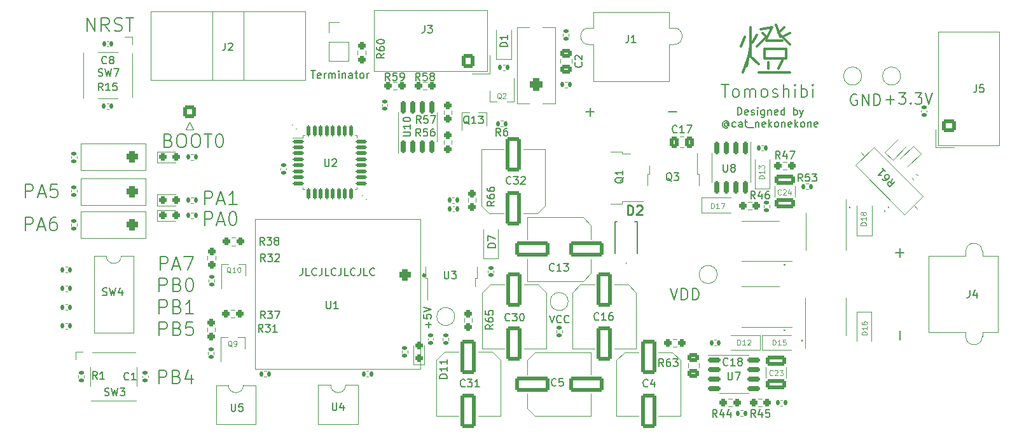
<source format=gbr>
%TF.GenerationSoftware,KiCad,Pcbnew,(6.0.11)*%
%TF.CreationDate,2023-09-13T08:26:01+09:00*%
%TF.ProjectId,MD,4d442e6b-6963-4616-945f-706362585858,rev?*%
%TF.SameCoordinates,Original*%
%TF.FileFunction,Legend,Top*%
%TF.FilePolarity,Positive*%
%FSLAX46Y46*%
G04 Gerber Fmt 4.6, Leading zero omitted, Abs format (unit mm)*
G04 Created by KiCad (PCBNEW (6.0.11)) date 2023-09-13 08:26:01*
%MOMM*%
%LPD*%
G01*
G04 APERTURE LIST*
G04 Aperture macros list*
%AMRoundRect*
0 Rectangle with rounded corners*
0 $1 Rounding radius*
0 $2 $3 $4 $5 $6 $7 $8 $9 X,Y pos of 4 corners*
0 Add a 4 corners polygon primitive as box body*
4,1,4,$2,$3,$4,$5,$6,$7,$8,$9,$2,$3,0*
0 Add four circle primitives for the rounded corners*
1,1,$1+$1,$2,$3*
1,1,$1+$1,$4,$5*
1,1,$1+$1,$6,$7*
1,1,$1+$1,$8,$9*
0 Add four rect primitives between the rounded corners*
20,1,$1+$1,$2,$3,$4,$5,0*
20,1,$1+$1,$4,$5,$6,$7,0*
20,1,$1+$1,$6,$7,$8,$9,0*
20,1,$1+$1,$8,$9,$2,$3,0*%
%AMHorizOval*
0 Thick line with rounded ends*
0 $1 width*
0 $2 $3 position (X,Y) of the first rounded end (center of the circle)*
0 $4 $5 position (X,Y) of the second rounded end (center of the circle)*
0 Add line between two ends*
20,1,$1,$2,$3,$4,$5,0*
0 Add two circle primitives to create the rounded ends*
1,1,$1,$2,$3*
1,1,$1,$4,$5*%
G04 Aperture macros list end*
%ADD10C,0.150000*%
%ADD11C,0.200000*%
%ADD12C,0.370000*%
%ADD13C,0.180000*%
%ADD14C,0.120000*%
%ADD15C,0.254000*%
%ADD16C,0.100000*%
%ADD17C,0.314000*%
%ADD18C,3.200000*%
%ADD19RoundRect,0.125000X-0.625000X-0.125000X0.625000X-0.125000X0.625000X0.125000X-0.625000X0.125000X0*%
%ADD20RoundRect,0.125000X-0.125000X-0.625000X0.125000X-0.625000X0.125000X0.625000X-0.125000X0.625000X0*%
%ADD21RoundRect,0.250001X0.799999X-1.999999X0.799999X1.999999X-0.799999X1.999999X-0.799999X-1.999999X0*%
%ADD22R,0.900000X1.200000*%
%ADD23RoundRect,0.135000X-0.226274X-0.035355X-0.035355X-0.226274X0.226274X0.035355X0.035355X0.226274X0*%
%ADD24C,2.000000*%
%ADD25RoundRect,0.135000X-0.135000X-0.185000X0.135000X-0.185000X0.135000X0.185000X-0.135000X0.185000X0*%
%ADD26RoundRect,0.140000X-0.170000X0.140000X-0.170000X-0.140000X0.170000X-0.140000X0.170000X0.140000X0*%
%ADD27RoundRect,0.135000X0.185000X-0.135000X0.185000X0.135000X-0.185000X0.135000X-0.185000X-0.135000X0*%
%ADD28RoundRect,0.250001X1.999999X0.799999X-1.999999X0.799999X-1.999999X-0.799999X1.999999X-0.799999X0*%
%ADD29RoundRect,0.135000X0.135000X0.185000X-0.135000X0.185000X-0.135000X-0.185000X0.135000X-0.185000X0*%
%ADD30RoundRect,0.237500X-0.250000X-0.237500X0.250000X-0.237500X0.250000X0.237500X-0.250000X0.237500X0*%
%ADD31RoundRect,0.250000X1.100000X-0.412500X1.100000X0.412500X-1.100000X0.412500X-1.100000X-0.412500X0*%
%ADD32R,1.200000X0.900000*%
%ADD33R,1.600000X1.400000*%
%ADD34R,1.600000X1.600000*%
%ADD35O,1.600000X1.600000*%
%ADD36RoundRect,0.250000X0.600000X0.675000X-0.600000X0.675000X-0.600000X-0.675000X0.600000X-0.675000X0*%
%ADD37O,1.700000X1.850000*%
%ADD38RoundRect,0.237500X-0.287500X-0.237500X0.287500X-0.237500X0.287500X0.237500X-0.287500X0.237500X0*%
%ADD39RoundRect,0.250000X0.600000X-0.600000X0.600000X0.600000X-0.600000X0.600000X-0.600000X-0.600000X0*%
%ADD40C,1.700000*%
%ADD41RoundRect,0.140000X0.170000X-0.140000X0.170000X0.140000X-0.170000X0.140000X-0.170000X-0.140000X0*%
%ADD42R,2.200000X1.200000*%
%ADD43R,6.400000X5.800000*%
%ADD44RoundRect,0.237500X0.237500X-0.250000X0.237500X0.250000X-0.237500X0.250000X-0.237500X-0.250000X0*%
%ADD45RoundRect,0.140000X0.021213X-0.219203X0.219203X-0.021213X-0.021213X0.219203X-0.219203X0.021213X0*%
%ADD46RoundRect,0.250001X-0.799999X1.999999X-0.799999X-1.999999X0.799999X-1.999999X0.799999X1.999999X0*%
%ADD47RoundRect,0.250000X-0.475000X0.337500X-0.475000X-0.337500X0.475000X-0.337500X0.475000X0.337500X0*%
%ADD48RoundRect,0.237500X0.035355X0.371231X-0.371231X-0.035355X-0.035355X-0.371231X0.371231X0.035355X0*%
%ADD49R,1.400000X1.600000*%
%ADD50R,2.225000X0.850000*%
%ADD51R,3.750000X4.700000*%
%ADD52R,1.825000X0.850000*%
%ADD53C,1.400000*%
%ADD54R,3.500000X3.500000*%
%ADD55C,3.500000*%
%ADD56RoundRect,0.250000X-1.100000X0.412500X-1.100000X-0.412500X1.100000X-0.412500X1.100000X0.412500X0*%
%ADD57RoundRect,0.381000X-0.381000X0.381000X-0.381000X-0.381000X0.381000X-0.381000X0.381000X0.381000X0*%
%ADD58C,1.524000*%
%ADD59RoundRect,0.237500X-0.237500X0.250000X-0.237500X-0.250000X0.237500X-0.250000X0.237500X0.250000X0*%
%ADD60RoundRect,0.150000X-0.150000X0.675000X-0.150000X-0.675000X0.150000X-0.675000X0.150000X0.675000X0*%
%ADD61RoundRect,0.237500X0.250000X0.237500X-0.250000X0.237500X-0.250000X-0.237500X0.250000X-0.237500X0*%
%ADD62RoundRect,0.237500X-0.035355X-0.371231X0.371231X0.035355X0.035355X0.371231X-0.371231X-0.035355X0*%
%ADD63R,0.800000X1.900000*%
%ADD64RoundRect,0.150000X0.150000X-0.675000X0.150000X0.675000X-0.150000X0.675000X-0.150000X-0.675000X0*%
%ADD65R,0.850000X2.225000*%
%ADD66R,0.850000X1.825000*%
%ADD67R,4.700000X3.750000*%
%ADD68RoundRect,0.135000X-0.185000X0.135000X-0.185000X-0.135000X0.185000X-0.135000X0.185000X0.135000X0*%
%ADD69RoundRect,0.140000X0.140000X0.170000X-0.140000X0.170000X-0.140000X-0.170000X0.140000X-0.170000X0*%
%ADD70R,1.700000X1.700000*%
%ADD71O,1.700000X1.700000*%
%ADD72R,1.200000X2.200000*%
%ADD73R,5.800000X6.400000*%
%ADD74RoundRect,0.250000X0.675000X-0.600000X0.675000X0.600000X-0.675000X0.600000X-0.675000X-0.600000X0*%
%ADD75O,1.850000X1.700000*%
%ADD76RoundRect,0.140000X-0.021213X0.219203X-0.219203X0.021213X0.021213X-0.219203X0.219203X-0.021213X0*%
%ADD77RoundRect,0.140000X-0.219203X-0.021213X-0.021213X-0.219203X0.219203X0.021213X0.021213X0.219203X0*%
%ADD78RoundRect,0.237500X0.237500X-0.287500X0.237500X0.287500X-0.237500X0.287500X-0.237500X-0.287500X0*%
%ADD79RoundRect,0.150000X-0.675000X-0.150000X0.675000X-0.150000X0.675000X0.150000X-0.675000X0.150000X0*%
%ADD80RoundRect,0.250001X-1.999999X-0.799999X1.999999X-0.799999X1.999999X0.799999X-1.999999X0.799999X0*%
%ADD81R,2.600000X3.400000*%
%ADD82R,2.000000X1.500000*%
%ADD83RoundRect,0.425000X0.425000X0.425000X-0.425000X0.425000X-0.425000X-0.425000X0.425000X-0.425000X0*%
%ADD84RoundRect,0.140000X-0.140000X-0.170000X0.140000X-0.170000X0.140000X0.170000X-0.140000X0.170000X0*%
%ADD85RoundRect,0.381000X-0.381000X-0.381000X0.381000X-0.381000X0.381000X0.381000X-0.381000X0.381000X0*%
%ADD86RoundRect,0.250000X-0.337500X-0.475000X0.337500X-0.475000X0.337500X0.475000X-0.337500X0.475000X0*%
%ADD87R,0.800000X1.800000*%
%ADD88C,1.600000*%
%ADD89HorizOval,1.600000X0.000000X0.000000X0.000000X0.000000X0*%
G04 APERTURE END LIST*
D10*
X192366666Y-91087380D02*
X192366666Y-90087380D01*
X192604761Y-90087380D01*
X192747619Y-90135000D01*
X192842857Y-90230238D01*
X192890476Y-90325476D01*
X192938095Y-90515952D01*
X192938095Y-90658809D01*
X192890476Y-90849285D01*
X192842857Y-90944523D01*
X192747619Y-91039761D01*
X192604761Y-91087380D01*
X192366666Y-91087380D01*
X193747619Y-91039761D02*
X193652380Y-91087380D01*
X193461904Y-91087380D01*
X193366666Y-91039761D01*
X193319047Y-90944523D01*
X193319047Y-90563571D01*
X193366666Y-90468333D01*
X193461904Y-90420714D01*
X193652380Y-90420714D01*
X193747619Y-90468333D01*
X193795238Y-90563571D01*
X193795238Y-90658809D01*
X193319047Y-90754047D01*
X194176190Y-91039761D02*
X194271428Y-91087380D01*
X194461904Y-91087380D01*
X194557142Y-91039761D01*
X194604761Y-90944523D01*
X194604761Y-90896904D01*
X194557142Y-90801666D01*
X194461904Y-90754047D01*
X194319047Y-90754047D01*
X194223809Y-90706428D01*
X194176190Y-90611190D01*
X194176190Y-90563571D01*
X194223809Y-90468333D01*
X194319047Y-90420714D01*
X194461904Y-90420714D01*
X194557142Y-90468333D01*
X195033333Y-91087380D02*
X195033333Y-90420714D01*
X195033333Y-90087380D02*
X194985714Y-90135000D01*
X195033333Y-90182619D01*
X195080952Y-90135000D01*
X195033333Y-90087380D01*
X195033333Y-90182619D01*
X195938095Y-90420714D02*
X195938095Y-91230238D01*
X195890476Y-91325476D01*
X195842857Y-91373095D01*
X195747619Y-91420714D01*
X195604761Y-91420714D01*
X195509523Y-91373095D01*
X195938095Y-91039761D02*
X195842857Y-91087380D01*
X195652380Y-91087380D01*
X195557142Y-91039761D01*
X195509523Y-90992142D01*
X195461904Y-90896904D01*
X195461904Y-90611190D01*
X195509523Y-90515952D01*
X195557142Y-90468333D01*
X195652380Y-90420714D01*
X195842857Y-90420714D01*
X195938095Y-90468333D01*
X196414285Y-90420714D02*
X196414285Y-91087380D01*
X196414285Y-90515952D02*
X196461904Y-90468333D01*
X196557142Y-90420714D01*
X196700000Y-90420714D01*
X196795238Y-90468333D01*
X196842857Y-90563571D01*
X196842857Y-91087380D01*
X197700000Y-91039761D02*
X197604761Y-91087380D01*
X197414285Y-91087380D01*
X197319047Y-91039761D01*
X197271428Y-90944523D01*
X197271428Y-90563571D01*
X197319047Y-90468333D01*
X197414285Y-90420714D01*
X197604761Y-90420714D01*
X197700000Y-90468333D01*
X197747619Y-90563571D01*
X197747619Y-90658809D01*
X197271428Y-90754047D01*
X198604761Y-91087380D02*
X198604761Y-90087380D01*
X198604761Y-91039761D02*
X198509523Y-91087380D01*
X198319047Y-91087380D01*
X198223809Y-91039761D01*
X198176190Y-90992142D01*
X198128571Y-90896904D01*
X198128571Y-90611190D01*
X198176190Y-90515952D01*
X198223809Y-90468333D01*
X198319047Y-90420714D01*
X198509523Y-90420714D01*
X198604761Y-90468333D01*
X199842857Y-91087380D02*
X199842857Y-90087380D01*
X199842857Y-90468333D02*
X199938095Y-90420714D01*
X200128571Y-90420714D01*
X200223809Y-90468333D01*
X200271428Y-90515952D01*
X200319047Y-90611190D01*
X200319047Y-90896904D01*
X200271428Y-90992142D01*
X200223809Y-91039761D01*
X200128571Y-91087380D01*
X199938095Y-91087380D01*
X199842857Y-91039761D01*
X200652380Y-90420714D02*
X200890476Y-91087380D01*
X201128571Y-90420714D02*
X200890476Y-91087380D01*
X200795238Y-91325476D01*
X200747619Y-91373095D01*
X200652380Y-91420714D01*
X191009523Y-92221190D02*
X190961904Y-92173571D01*
X190866666Y-92125952D01*
X190771428Y-92125952D01*
X190676190Y-92173571D01*
X190628571Y-92221190D01*
X190580952Y-92316428D01*
X190580952Y-92411666D01*
X190628571Y-92506904D01*
X190676190Y-92554523D01*
X190771428Y-92602142D01*
X190866666Y-92602142D01*
X190961904Y-92554523D01*
X191009523Y-92506904D01*
X191009523Y-92125952D02*
X191009523Y-92506904D01*
X191057142Y-92554523D01*
X191104761Y-92554523D01*
X191200000Y-92506904D01*
X191247619Y-92411666D01*
X191247619Y-92173571D01*
X191152380Y-92030714D01*
X191009523Y-91935476D01*
X190819047Y-91887857D01*
X190628571Y-91935476D01*
X190485714Y-92030714D01*
X190390476Y-92173571D01*
X190342857Y-92364047D01*
X190390476Y-92554523D01*
X190485714Y-92697380D01*
X190628571Y-92792619D01*
X190819047Y-92840238D01*
X191009523Y-92792619D01*
X191152380Y-92697380D01*
X192104761Y-92649761D02*
X192009523Y-92697380D01*
X191819047Y-92697380D01*
X191723809Y-92649761D01*
X191676190Y-92602142D01*
X191628571Y-92506904D01*
X191628571Y-92221190D01*
X191676190Y-92125952D01*
X191723809Y-92078333D01*
X191819047Y-92030714D01*
X192009523Y-92030714D01*
X192104761Y-92078333D01*
X192961904Y-92697380D02*
X192961904Y-92173571D01*
X192914285Y-92078333D01*
X192819047Y-92030714D01*
X192628571Y-92030714D01*
X192533333Y-92078333D01*
X192961904Y-92649761D02*
X192866666Y-92697380D01*
X192628571Y-92697380D01*
X192533333Y-92649761D01*
X192485714Y-92554523D01*
X192485714Y-92459285D01*
X192533333Y-92364047D01*
X192628571Y-92316428D01*
X192866666Y-92316428D01*
X192961904Y-92268809D01*
X193295238Y-92030714D02*
X193676190Y-92030714D01*
X193438095Y-91697380D02*
X193438095Y-92554523D01*
X193485714Y-92649761D01*
X193580952Y-92697380D01*
X193676190Y-92697380D01*
X193771428Y-92792619D02*
X194533333Y-92792619D01*
X194771428Y-92030714D02*
X194771428Y-92697380D01*
X194771428Y-92125952D02*
X194819047Y-92078333D01*
X194914285Y-92030714D01*
X195057142Y-92030714D01*
X195152380Y-92078333D01*
X195200000Y-92173571D01*
X195200000Y-92697380D01*
X196057142Y-92649761D02*
X195961904Y-92697380D01*
X195771428Y-92697380D01*
X195676190Y-92649761D01*
X195628571Y-92554523D01*
X195628571Y-92173571D01*
X195676190Y-92078333D01*
X195771428Y-92030714D01*
X195961904Y-92030714D01*
X196057142Y-92078333D01*
X196104761Y-92173571D01*
X196104761Y-92268809D01*
X195628571Y-92364047D01*
X196533333Y-92697380D02*
X196533333Y-91697380D01*
X196628571Y-92316428D02*
X196914285Y-92697380D01*
X196914285Y-92030714D02*
X196533333Y-92411666D01*
X197485714Y-92697380D02*
X197390476Y-92649761D01*
X197342857Y-92602142D01*
X197295238Y-92506904D01*
X197295238Y-92221190D01*
X197342857Y-92125952D01*
X197390476Y-92078333D01*
X197485714Y-92030714D01*
X197628571Y-92030714D01*
X197723809Y-92078333D01*
X197771428Y-92125952D01*
X197819047Y-92221190D01*
X197819047Y-92506904D01*
X197771428Y-92602142D01*
X197723809Y-92649761D01*
X197628571Y-92697380D01*
X197485714Y-92697380D01*
X198247619Y-92030714D02*
X198247619Y-92697380D01*
X198247619Y-92125952D02*
X198295238Y-92078333D01*
X198390476Y-92030714D01*
X198533333Y-92030714D01*
X198628571Y-92078333D01*
X198676190Y-92173571D01*
X198676190Y-92697380D01*
X199533333Y-92649761D02*
X199438095Y-92697380D01*
X199247619Y-92697380D01*
X199152380Y-92649761D01*
X199104761Y-92554523D01*
X199104761Y-92173571D01*
X199152380Y-92078333D01*
X199247619Y-92030714D01*
X199438095Y-92030714D01*
X199533333Y-92078333D01*
X199580952Y-92173571D01*
X199580952Y-92268809D01*
X199104761Y-92364047D01*
X200009523Y-92697380D02*
X200009523Y-91697380D01*
X200104761Y-92316428D02*
X200390476Y-92697380D01*
X200390476Y-92030714D02*
X200009523Y-92411666D01*
X200961904Y-92697380D02*
X200866666Y-92649761D01*
X200819047Y-92602142D01*
X200771428Y-92506904D01*
X200771428Y-92221190D01*
X200819047Y-92125952D01*
X200866666Y-92078333D01*
X200961904Y-92030714D01*
X201104761Y-92030714D01*
X201200000Y-92078333D01*
X201247619Y-92125952D01*
X201295238Y-92221190D01*
X201295238Y-92506904D01*
X201247619Y-92602142D01*
X201200000Y-92649761D01*
X201104761Y-92697380D01*
X200961904Y-92697380D01*
X201723809Y-92030714D02*
X201723809Y-92697380D01*
X201723809Y-92125952D02*
X201771428Y-92078333D01*
X201866666Y-92030714D01*
X202009523Y-92030714D01*
X202104761Y-92078333D01*
X202152380Y-92173571D01*
X202152380Y-92697380D01*
X203009523Y-92649761D02*
X202914285Y-92697380D01*
X202723809Y-92697380D01*
X202628571Y-92649761D01*
X202580952Y-92554523D01*
X202580952Y-92173571D01*
X202628571Y-92078333D01*
X202723809Y-92030714D01*
X202914285Y-92030714D01*
X203009523Y-92078333D01*
X203057142Y-92173571D01*
X203057142Y-92268809D01*
X202580952Y-92364047D01*
D11*
X190227142Y-87049047D02*
X191198571Y-87049047D01*
X190712857Y-88749047D02*
X190712857Y-87049047D01*
X192008095Y-88749047D02*
X191846190Y-88668095D01*
X191765238Y-88587142D01*
X191684285Y-88425238D01*
X191684285Y-87939523D01*
X191765238Y-87777619D01*
X191846190Y-87696666D01*
X192008095Y-87615714D01*
X192250952Y-87615714D01*
X192412857Y-87696666D01*
X192493809Y-87777619D01*
X192574761Y-87939523D01*
X192574761Y-88425238D01*
X192493809Y-88587142D01*
X192412857Y-88668095D01*
X192250952Y-88749047D01*
X192008095Y-88749047D01*
X193303333Y-88749047D02*
X193303333Y-87615714D01*
X193303333Y-87777619D02*
X193384285Y-87696666D01*
X193546190Y-87615714D01*
X193789047Y-87615714D01*
X193950952Y-87696666D01*
X194031904Y-87858571D01*
X194031904Y-88749047D01*
X194031904Y-87858571D02*
X194112857Y-87696666D01*
X194274761Y-87615714D01*
X194517619Y-87615714D01*
X194679523Y-87696666D01*
X194760476Y-87858571D01*
X194760476Y-88749047D01*
X195812857Y-88749047D02*
X195650952Y-88668095D01*
X195570000Y-88587142D01*
X195489047Y-88425238D01*
X195489047Y-87939523D01*
X195570000Y-87777619D01*
X195650952Y-87696666D01*
X195812857Y-87615714D01*
X196055714Y-87615714D01*
X196217619Y-87696666D01*
X196298571Y-87777619D01*
X196379523Y-87939523D01*
X196379523Y-88425238D01*
X196298571Y-88587142D01*
X196217619Y-88668095D01*
X196055714Y-88749047D01*
X195812857Y-88749047D01*
X197027142Y-88668095D02*
X197189047Y-88749047D01*
X197512857Y-88749047D01*
X197674761Y-88668095D01*
X197755714Y-88506190D01*
X197755714Y-88425238D01*
X197674761Y-88263333D01*
X197512857Y-88182380D01*
X197270000Y-88182380D01*
X197108095Y-88101428D01*
X197027142Y-87939523D01*
X197027142Y-87858571D01*
X197108095Y-87696666D01*
X197270000Y-87615714D01*
X197512857Y-87615714D01*
X197674761Y-87696666D01*
X198484285Y-88749047D02*
X198484285Y-87049047D01*
X199212857Y-88749047D02*
X199212857Y-87858571D01*
X199131904Y-87696666D01*
X198970000Y-87615714D01*
X198727142Y-87615714D01*
X198565238Y-87696666D01*
X198484285Y-87777619D01*
X200022380Y-88749047D02*
X200022380Y-87615714D01*
X200022380Y-87049047D02*
X199941428Y-87130000D01*
X200022380Y-87210952D01*
X200103333Y-87130000D01*
X200022380Y-87049047D01*
X200022380Y-87210952D01*
X200831904Y-88749047D02*
X200831904Y-87049047D01*
X200831904Y-87696666D02*
X200993809Y-87615714D01*
X201317619Y-87615714D01*
X201479523Y-87696666D01*
X201560476Y-87777619D01*
X201641428Y-87939523D01*
X201641428Y-88425238D01*
X201560476Y-88587142D01*
X201479523Y-88668095D01*
X201317619Y-88749047D01*
X200993809Y-88749047D01*
X200831904Y-88668095D01*
X202370000Y-88749047D02*
X202370000Y-87615714D01*
X202370000Y-87049047D02*
X202289047Y-87130000D01*
X202370000Y-87210952D01*
X202450952Y-87130000D01*
X202370000Y-87049047D01*
X202370000Y-87210952D01*
D12*
X196209047Y-81197619D02*
X198304285Y-81197619D01*
X195947142Y-83554761D02*
X198828095Y-83554761D01*
X195161428Y-85388095D02*
X199351904Y-85388095D01*
X195947142Y-82245238D02*
X195947142Y-83554761D01*
X195947142Y-82245238D02*
X198828095Y-82245238D01*
X198828095Y-83554761D01*
X194113809Y-79364285D02*
X194113809Y-83292857D01*
X195161428Y-84340476D01*
X197780476Y-80150000D02*
X199351904Y-81721428D01*
X199351904Y-80150000D02*
X198304285Y-80673809D01*
X195685238Y-80150000D02*
X196209047Y-80673809D01*
X194899523Y-81983333D01*
X198566190Y-79364285D02*
X197780476Y-80150000D01*
X196470952Y-84078571D02*
X196470952Y-84864285D01*
X197518571Y-79102380D02*
X198042380Y-80673809D01*
X198304285Y-83816666D02*
X197780476Y-84864285D01*
X194899523Y-80411904D02*
X194375714Y-81459523D01*
X193851904Y-83292857D02*
X193066190Y-85388095D01*
X195423333Y-79626190D02*
X196994761Y-79364285D01*
X196209047Y-80935714D01*
X193328095Y-80673809D02*
X192804285Y-81983333D01*
X194113809Y-81983333D02*
X193590000Y-84602380D01*
D10*
X134460952Y-111492380D02*
X134460952Y-112206666D01*
X134413333Y-112349523D01*
X134318095Y-112444761D01*
X134175238Y-112492380D01*
X134080000Y-112492380D01*
X135413333Y-112492380D02*
X134937142Y-112492380D01*
X134937142Y-111492380D01*
X136318095Y-112397142D02*
X136270476Y-112444761D01*
X136127619Y-112492380D01*
X136032380Y-112492380D01*
X135889523Y-112444761D01*
X135794285Y-112349523D01*
X135746666Y-112254285D01*
X135699047Y-112063809D01*
X135699047Y-111920952D01*
X135746666Y-111730476D01*
X135794285Y-111635238D01*
X135889523Y-111540000D01*
X136032380Y-111492380D01*
X136127619Y-111492380D01*
X136270476Y-111540000D01*
X136318095Y-111587619D01*
X137032380Y-111492380D02*
X137032380Y-112206666D01*
X136984761Y-112349523D01*
X136889523Y-112444761D01*
X136746666Y-112492380D01*
X136651428Y-112492380D01*
X137984761Y-112492380D02*
X137508571Y-112492380D01*
X137508571Y-111492380D01*
X138889523Y-112397142D02*
X138841904Y-112444761D01*
X138699047Y-112492380D01*
X138603809Y-112492380D01*
X138460952Y-112444761D01*
X138365714Y-112349523D01*
X138318095Y-112254285D01*
X138270476Y-112063809D01*
X138270476Y-111920952D01*
X138318095Y-111730476D01*
X138365714Y-111635238D01*
X138460952Y-111540000D01*
X138603809Y-111492380D01*
X138699047Y-111492380D01*
X138841904Y-111540000D01*
X138889523Y-111587619D01*
X139603809Y-111492380D02*
X139603809Y-112206666D01*
X139556190Y-112349523D01*
X139460952Y-112444761D01*
X139318095Y-112492380D01*
X139222857Y-112492380D01*
X140556190Y-112492380D02*
X140080000Y-112492380D01*
X140080000Y-111492380D01*
X141460952Y-112397142D02*
X141413333Y-112444761D01*
X141270476Y-112492380D01*
X141175238Y-112492380D01*
X141032380Y-112444761D01*
X140937142Y-112349523D01*
X140889523Y-112254285D01*
X140841904Y-112063809D01*
X140841904Y-111920952D01*
X140889523Y-111730476D01*
X140937142Y-111635238D01*
X141032380Y-111540000D01*
X141175238Y-111492380D01*
X141270476Y-111492380D01*
X141413333Y-111540000D01*
X141460952Y-111587619D01*
X142175238Y-111492380D02*
X142175238Y-112206666D01*
X142127619Y-112349523D01*
X142032380Y-112444761D01*
X141889523Y-112492380D01*
X141794285Y-112492380D01*
X143127619Y-112492380D02*
X142651428Y-112492380D01*
X142651428Y-111492380D01*
X144032380Y-112397142D02*
X143984761Y-112444761D01*
X143841904Y-112492380D01*
X143746666Y-112492380D01*
X143603809Y-112444761D01*
X143508571Y-112349523D01*
X143460952Y-112254285D01*
X143413333Y-112063809D01*
X143413333Y-111920952D01*
X143460952Y-111730476D01*
X143508571Y-111635238D01*
X143603809Y-111540000D01*
X143746666Y-111492380D01*
X143841904Y-111492380D01*
X143984761Y-111540000D01*
X144032380Y-111587619D01*
D11*
X115520000Y-111767285D02*
X115520000Y-109967285D01*
X116205714Y-109967285D01*
X116377142Y-110053000D01*
X116462857Y-110138714D01*
X116548571Y-110310142D01*
X116548571Y-110567285D01*
X116462857Y-110738714D01*
X116377142Y-110824428D01*
X116205714Y-110910142D01*
X115520000Y-110910142D01*
X117234285Y-111253000D02*
X118091428Y-111253000D01*
X117062857Y-111767285D02*
X117662857Y-109967285D01*
X118262857Y-111767285D01*
X118691428Y-109967285D02*
X119891428Y-109967285D01*
X119120000Y-111767285D01*
X115391428Y-114665285D02*
X115391428Y-112865285D01*
X116077142Y-112865285D01*
X116248571Y-112951000D01*
X116334285Y-113036714D01*
X116420000Y-113208142D01*
X116420000Y-113465285D01*
X116334285Y-113636714D01*
X116248571Y-113722428D01*
X116077142Y-113808142D01*
X115391428Y-113808142D01*
X117791428Y-113722428D02*
X118048571Y-113808142D01*
X118134285Y-113893857D01*
X118220000Y-114065285D01*
X118220000Y-114322428D01*
X118134285Y-114493857D01*
X118048571Y-114579571D01*
X117877142Y-114665285D01*
X117191428Y-114665285D01*
X117191428Y-112865285D01*
X117791428Y-112865285D01*
X117962857Y-112951000D01*
X118048571Y-113036714D01*
X118134285Y-113208142D01*
X118134285Y-113379571D01*
X118048571Y-113551000D01*
X117962857Y-113636714D01*
X117791428Y-113722428D01*
X117191428Y-113722428D01*
X119334285Y-112865285D02*
X119505714Y-112865285D01*
X119677142Y-112951000D01*
X119762857Y-113036714D01*
X119848571Y-113208142D01*
X119934285Y-113551000D01*
X119934285Y-113979571D01*
X119848571Y-114322428D01*
X119762857Y-114493857D01*
X119677142Y-114579571D01*
X119505714Y-114665285D01*
X119334285Y-114665285D01*
X119162857Y-114579571D01*
X119077142Y-114493857D01*
X118991428Y-114322428D01*
X118905714Y-113979571D01*
X118905714Y-113551000D01*
X118991428Y-113208142D01*
X119077142Y-113036714D01*
X119162857Y-112951000D01*
X119334285Y-112865285D01*
X115391428Y-117563285D02*
X115391428Y-115763285D01*
X116077142Y-115763285D01*
X116248571Y-115849000D01*
X116334285Y-115934714D01*
X116420000Y-116106142D01*
X116420000Y-116363285D01*
X116334285Y-116534714D01*
X116248571Y-116620428D01*
X116077142Y-116706142D01*
X115391428Y-116706142D01*
X117791428Y-116620428D02*
X118048571Y-116706142D01*
X118134285Y-116791857D01*
X118220000Y-116963285D01*
X118220000Y-117220428D01*
X118134285Y-117391857D01*
X118048571Y-117477571D01*
X117877142Y-117563285D01*
X117191428Y-117563285D01*
X117191428Y-115763285D01*
X117791428Y-115763285D01*
X117962857Y-115849000D01*
X118048571Y-115934714D01*
X118134285Y-116106142D01*
X118134285Y-116277571D01*
X118048571Y-116449000D01*
X117962857Y-116534714D01*
X117791428Y-116620428D01*
X117191428Y-116620428D01*
X119934285Y-117563285D02*
X118905714Y-117563285D01*
X119420000Y-117563285D02*
X119420000Y-115763285D01*
X119248571Y-116020428D01*
X119077142Y-116191857D01*
X118905714Y-116277571D01*
X115391428Y-120461285D02*
X115391428Y-118661285D01*
X116077142Y-118661285D01*
X116248571Y-118747000D01*
X116334285Y-118832714D01*
X116420000Y-119004142D01*
X116420000Y-119261285D01*
X116334285Y-119432714D01*
X116248571Y-119518428D01*
X116077142Y-119604142D01*
X115391428Y-119604142D01*
X117791428Y-119518428D02*
X118048571Y-119604142D01*
X118134285Y-119689857D01*
X118220000Y-119861285D01*
X118220000Y-120118428D01*
X118134285Y-120289857D01*
X118048571Y-120375571D01*
X117877142Y-120461285D01*
X117191428Y-120461285D01*
X117191428Y-118661285D01*
X117791428Y-118661285D01*
X117962857Y-118747000D01*
X118048571Y-118832714D01*
X118134285Y-119004142D01*
X118134285Y-119175571D01*
X118048571Y-119347000D01*
X117962857Y-119432714D01*
X117791428Y-119518428D01*
X117191428Y-119518428D01*
X119848571Y-118661285D02*
X118991428Y-118661285D01*
X118905714Y-119518428D01*
X118991428Y-119432714D01*
X119162857Y-119347000D01*
X119591428Y-119347000D01*
X119762857Y-119432714D01*
X119848571Y-119518428D01*
X119934285Y-119689857D01*
X119934285Y-120118428D01*
X119848571Y-120289857D01*
X119762857Y-120375571D01*
X119591428Y-120461285D01*
X119162857Y-120461285D01*
X118991428Y-120375571D01*
X118905714Y-120289857D01*
X105792857Y-79914285D02*
X105792857Y-78114285D01*
X106821428Y-79914285D01*
X106821428Y-78114285D01*
X108707142Y-79914285D02*
X108107142Y-79057142D01*
X107678571Y-79914285D02*
X107678571Y-78114285D01*
X108364285Y-78114285D01*
X108535714Y-78200000D01*
X108621428Y-78285714D01*
X108707142Y-78457142D01*
X108707142Y-78714285D01*
X108621428Y-78885714D01*
X108535714Y-78971428D01*
X108364285Y-79057142D01*
X107678571Y-79057142D01*
X109392857Y-79828571D02*
X109650000Y-79914285D01*
X110078571Y-79914285D01*
X110250000Y-79828571D01*
X110335714Y-79742857D01*
X110421428Y-79571428D01*
X110421428Y-79400000D01*
X110335714Y-79228571D01*
X110250000Y-79142857D01*
X110078571Y-79057142D01*
X109735714Y-78971428D01*
X109564285Y-78885714D01*
X109478571Y-78800000D01*
X109392857Y-78628571D01*
X109392857Y-78457142D01*
X109478571Y-78285714D01*
X109564285Y-78200000D01*
X109735714Y-78114285D01*
X110164285Y-78114285D01*
X110421428Y-78200000D01*
X110935714Y-78114285D02*
X111964285Y-78114285D01*
X111450000Y-79914285D02*
X111450000Y-78114285D01*
D13*
X212120000Y-89047142D02*
X213262857Y-89047142D01*
X212691428Y-89618571D02*
X212691428Y-88475714D01*
X213834285Y-88118571D02*
X214762857Y-88118571D01*
X214262857Y-88690000D01*
X214477142Y-88690000D01*
X214620000Y-88761428D01*
X214691428Y-88832857D01*
X214762857Y-88975714D01*
X214762857Y-89332857D01*
X214691428Y-89475714D01*
X214620000Y-89547142D01*
X214477142Y-89618571D01*
X214048571Y-89618571D01*
X213905714Y-89547142D01*
X213834285Y-89475714D01*
X215405714Y-89475714D02*
X215477142Y-89547142D01*
X215405714Y-89618571D01*
X215334285Y-89547142D01*
X215405714Y-89475714D01*
X215405714Y-89618571D01*
X215977142Y-88118571D02*
X216905714Y-88118571D01*
X216405714Y-88690000D01*
X216620000Y-88690000D01*
X216762857Y-88761428D01*
X216834285Y-88832857D01*
X216905714Y-88975714D01*
X216905714Y-89332857D01*
X216834285Y-89475714D01*
X216762857Y-89547142D01*
X216620000Y-89618571D01*
X216191428Y-89618571D01*
X216048571Y-89547142D01*
X215977142Y-89475714D01*
X217334285Y-88118571D02*
X217834285Y-89618571D01*
X218334285Y-88118571D01*
D11*
X97600000Y-102094285D02*
X97600000Y-100294285D01*
X98285714Y-100294285D01*
X98457142Y-100380000D01*
X98542857Y-100465714D01*
X98628571Y-100637142D01*
X98628571Y-100894285D01*
X98542857Y-101065714D01*
X98457142Y-101151428D01*
X98285714Y-101237142D01*
X97600000Y-101237142D01*
X99314285Y-101580000D02*
X100171428Y-101580000D01*
X99142857Y-102094285D02*
X99742857Y-100294285D01*
X100342857Y-102094285D01*
X101800000Y-100294285D02*
X100942857Y-100294285D01*
X100857142Y-101151428D01*
X100942857Y-101065714D01*
X101114285Y-100980000D01*
X101542857Y-100980000D01*
X101714285Y-101065714D01*
X101800000Y-101151428D01*
X101885714Y-101322857D01*
X101885714Y-101751428D01*
X101800000Y-101922857D01*
X101714285Y-102008571D01*
X101542857Y-102094285D01*
X101114285Y-102094285D01*
X100942857Y-102008571D01*
X100857142Y-101922857D01*
X121440000Y-103034285D02*
X121440000Y-101234285D01*
X122125714Y-101234285D01*
X122297142Y-101320000D01*
X122382857Y-101405714D01*
X122468571Y-101577142D01*
X122468571Y-101834285D01*
X122382857Y-102005714D01*
X122297142Y-102091428D01*
X122125714Y-102177142D01*
X121440000Y-102177142D01*
X123154285Y-102520000D02*
X124011428Y-102520000D01*
X122982857Y-103034285D02*
X123582857Y-101234285D01*
X124182857Y-103034285D01*
X125725714Y-103034285D02*
X124697142Y-103034285D01*
X125211428Y-103034285D02*
X125211428Y-101234285D01*
X125040000Y-101491428D01*
X124868571Y-101662857D01*
X124697142Y-101748571D01*
X115331428Y-126914285D02*
X115331428Y-125114285D01*
X116017142Y-125114285D01*
X116188571Y-125200000D01*
X116274285Y-125285714D01*
X116360000Y-125457142D01*
X116360000Y-125714285D01*
X116274285Y-125885714D01*
X116188571Y-125971428D01*
X116017142Y-126057142D01*
X115331428Y-126057142D01*
X117731428Y-125971428D02*
X117988571Y-126057142D01*
X118074285Y-126142857D01*
X118160000Y-126314285D01*
X118160000Y-126571428D01*
X118074285Y-126742857D01*
X117988571Y-126828571D01*
X117817142Y-126914285D01*
X117131428Y-126914285D01*
X117131428Y-125114285D01*
X117731428Y-125114285D01*
X117902857Y-125200000D01*
X117988571Y-125285714D01*
X118074285Y-125457142D01*
X118074285Y-125628571D01*
X117988571Y-125800000D01*
X117902857Y-125885714D01*
X117731428Y-125971428D01*
X117131428Y-125971428D01*
X119702857Y-125714285D02*
X119702857Y-126914285D01*
X119274285Y-125028571D02*
X118845714Y-126314285D01*
X119960000Y-126314285D01*
D10*
X167326666Y-117812380D02*
X167660000Y-118812380D01*
X167993333Y-117812380D01*
X168898095Y-118717142D02*
X168850476Y-118764761D01*
X168707619Y-118812380D01*
X168612380Y-118812380D01*
X168469523Y-118764761D01*
X168374285Y-118669523D01*
X168326666Y-118574285D01*
X168279047Y-118383809D01*
X168279047Y-118240952D01*
X168326666Y-118050476D01*
X168374285Y-117955238D01*
X168469523Y-117860000D01*
X168612380Y-117812380D01*
X168707619Y-117812380D01*
X168850476Y-117860000D01*
X168898095Y-117907619D01*
X169898095Y-118717142D02*
X169850476Y-118764761D01*
X169707619Y-118812380D01*
X169612380Y-118812380D01*
X169469523Y-118764761D01*
X169374285Y-118669523D01*
X169326666Y-118574285D01*
X169279047Y-118383809D01*
X169279047Y-118240952D01*
X169326666Y-118050476D01*
X169374285Y-117955238D01*
X169469523Y-117860000D01*
X169612380Y-117812380D01*
X169707619Y-117812380D01*
X169850476Y-117860000D01*
X169898095Y-117907619D01*
D13*
X208237142Y-88380000D02*
X208094285Y-88308571D01*
X207880000Y-88308571D01*
X207665714Y-88380000D01*
X207522857Y-88522857D01*
X207451428Y-88665714D01*
X207380000Y-88951428D01*
X207380000Y-89165714D01*
X207451428Y-89451428D01*
X207522857Y-89594285D01*
X207665714Y-89737142D01*
X207880000Y-89808571D01*
X208022857Y-89808571D01*
X208237142Y-89737142D01*
X208308571Y-89665714D01*
X208308571Y-89165714D01*
X208022857Y-89165714D01*
X208951428Y-89808571D02*
X208951428Y-88308571D01*
X209808571Y-89808571D01*
X209808571Y-88308571D01*
X210522857Y-89808571D02*
X210522857Y-88308571D01*
X210880000Y-88308571D01*
X211094285Y-88380000D01*
X211237142Y-88522857D01*
X211308571Y-88665714D01*
X211380000Y-88951428D01*
X211380000Y-89165714D01*
X211308571Y-89451428D01*
X211237142Y-89594285D01*
X211094285Y-89737142D01*
X210880000Y-89808571D01*
X210522857Y-89808571D01*
X183390000Y-114228571D02*
X183890000Y-115728571D01*
X184390000Y-114228571D01*
X184890000Y-115728571D02*
X184890000Y-114228571D01*
X185247142Y-114228571D01*
X185461428Y-114300000D01*
X185604285Y-114442857D01*
X185675714Y-114585714D01*
X185747142Y-114871428D01*
X185747142Y-115085714D01*
X185675714Y-115371428D01*
X185604285Y-115514285D01*
X185461428Y-115657142D01*
X185247142Y-115728571D01*
X184890000Y-115728571D01*
X186390000Y-115728571D02*
X186390000Y-114228571D01*
X186747142Y-114228571D01*
X186961428Y-114300000D01*
X187104285Y-114442857D01*
X187175714Y-114585714D01*
X187247142Y-114871428D01*
X187247142Y-115085714D01*
X187175714Y-115371428D01*
X187104285Y-115514285D01*
X186961428Y-115657142D01*
X186747142Y-115728571D01*
X186390000Y-115728571D01*
D10*
X135569047Y-85192380D02*
X136140476Y-85192380D01*
X135854761Y-86192380D02*
X135854761Y-85192380D01*
X136854761Y-86144761D02*
X136759523Y-86192380D01*
X136569047Y-86192380D01*
X136473809Y-86144761D01*
X136426190Y-86049523D01*
X136426190Y-85668571D01*
X136473809Y-85573333D01*
X136569047Y-85525714D01*
X136759523Y-85525714D01*
X136854761Y-85573333D01*
X136902380Y-85668571D01*
X136902380Y-85763809D01*
X136426190Y-85859047D01*
X137330952Y-86192380D02*
X137330952Y-85525714D01*
X137330952Y-85716190D02*
X137378571Y-85620952D01*
X137426190Y-85573333D01*
X137521428Y-85525714D01*
X137616666Y-85525714D01*
X137950000Y-86192380D02*
X137950000Y-85525714D01*
X137950000Y-85620952D02*
X137997619Y-85573333D01*
X138092857Y-85525714D01*
X138235714Y-85525714D01*
X138330952Y-85573333D01*
X138378571Y-85668571D01*
X138378571Y-86192380D01*
X138378571Y-85668571D02*
X138426190Y-85573333D01*
X138521428Y-85525714D01*
X138664285Y-85525714D01*
X138759523Y-85573333D01*
X138807142Y-85668571D01*
X138807142Y-86192380D01*
X139283333Y-86192380D02*
X139283333Y-85525714D01*
X139283333Y-85192380D02*
X139235714Y-85240000D01*
X139283333Y-85287619D01*
X139330952Y-85240000D01*
X139283333Y-85192380D01*
X139283333Y-85287619D01*
X139759523Y-85525714D02*
X139759523Y-86192380D01*
X139759523Y-85620952D02*
X139807142Y-85573333D01*
X139902380Y-85525714D01*
X140045238Y-85525714D01*
X140140476Y-85573333D01*
X140188095Y-85668571D01*
X140188095Y-86192380D01*
X141092857Y-86192380D02*
X141092857Y-85668571D01*
X141045238Y-85573333D01*
X140950000Y-85525714D01*
X140759523Y-85525714D01*
X140664285Y-85573333D01*
X141092857Y-86144761D02*
X140997619Y-86192380D01*
X140759523Y-86192380D01*
X140664285Y-86144761D01*
X140616666Y-86049523D01*
X140616666Y-85954285D01*
X140664285Y-85859047D01*
X140759523Y-85811428D01*
X140997619Y-85811428D01*
X141092857Y-85763809D01*
X141426190Y-85525714D02*
X141807142Y-85525714D01*
X141569047Y-85192380D02*
X141569047Y-86049523D01*
X141616666Y-86144761D01*
X141711904Y-86192380D01*
X141807142Y-86192380D01*
X142283333Y-86192380D02*
X142188095Y-86144761D01*
X142140476Y-86097142D01*
X142092857Y-86001904D01*
X142092857Y-85716190D01*
X142140476Y-85620952D01*
X142188095Y-85573333D01*
X142283333Y-85525714D01*
X142426190Y-85525714D01*
X142521428Y-85573333D01*
X142569047Y-85620952D01*
X142616666Y-85716190D01*
X142616666Y-86001904D01*
X142569047Y-86097142D01*
X142521428Y-86144761D01*
X142426190Y-86192380D01*
X142283333Y-86192380D01*
X143045238Y-86192380D02*
X143045238Y-85525714D01*
X143045238Y-85716190D02*
X143092857Y-85620952D01*
X143140476Y-85573333D01*
X143235714Y-85525714D01*
X143330952Y-85525714D01*
D11*
X116640000Y-94481428D02*
X116897142Y-94567142D01*
X116982857Y-94652857D01*
X117068571Y-94824285D01*
X117068571Y-95081428D01*
X116982857Y-95252857D01*
X116897142Y-95338571D01*
X116725714Y-95424285D01*
X116040000Y-95424285D01*
X116040000Y-93624285D01*
X116640000Y-93624285D01*
X116811428Y-93710000D01*
X116897142Y-93795714D01*
X116982857Y-93967142D01*
X116982857Y-94138571D01*
X116897142Y-94310000D01*
X116811428Y-94395714D01*
X116640000Y-94481428D01*
X116040000Y-94481428D01*
X118182857Y-93624285D02*
X118525714Y-93624285D01*
X118697142Y-93710000D01*
X118868571Y-93881428D01*
X118954285Y-94224285D01*
X118954285Y-94824285D01*
X118868571Y-95167142D01*
X118697142Y-95338571D01*
X118525714Y-95424285D01*
X118182857Y-95424285D01*
X118011428Y-95338571D01*
X117840000Y-95167142D01*
X117754285Y-94824285D01*
X117754285Y-94224285D01*
X117840000Y-93881428D01*
X118011428Y-93710000D01*
X118182857Y-93624285D01*
X120068571Y-93624285D02*
X120411428Y-93624285D01*
X120582857Y-93710000D01*
X120754285Y-93881428D01*
X120840000Y-94224285D01*
X120840000Y-94824285D01*
X120754285Y-95167142D01*
X120582857Y-95338571D01*
X120411428Y-95424285D01*
X120068571Y-95424285D01*
X119897142Y-95338571D01*
X119725714Y-95167142D01*
X119640000Y-94824285D01*
X119640000Y-94224285D01*
X119725714Y-93881428D01*
X119897142Y-93710000D01*
X120068571Y-93624285D01*
X121354285Y-93624285D02*
X122382857Y-93624285D01*
X121868571Y-95424285D02*
X121868571Y-93624285D01*
X123325714Y-93624285D02*
X123497142Y-93624285D01*
X123668571Y-93710000D01*
X123754285Y-93795714D01*
X123840000Y-93967142D01*
X123925714Y-94310000D01*
X123925714Y-94738571D01*
X123840000Y-95081428D01*
X123754285Y-95252857D01*
X123668571Y-95338571D01*
X123497142Y-95424285D01*
X123325714Y-95424285D01*
X123154285Y-95338571D01*
X123068571Y-95252857D01*
X122982857Y-95081428D01*
X122897142Y-94738571D01*
X122897142Y-94310000D01*
X122982857Y-93967142D01*
X123068571Y-93795714D01*
X123154285Y-93710000D01*
X123325714Y-93624285D01*
D10*
X151211428Y-119415714D02*
X151211428Y-118653809D01*
X151592380Y-119034761D02*
X150830476Y-119034761D01*
X150592380Y-117701428D02*
X150592380Y-118177619D01*
X151068571Y-118225238D01*
X151020952Y-118177619D01*
X150973333Y-118082380D01*
X150973333Y-117844285D01*
X151020952Y-117749047D01*
X151068571Y-117701428D01*
X151163809Y-117653809D01*
X151401904Y-117653809D01*
X151497142Y-117701428D01*
X151544761Y-117749047D01*
X151592380Y-117844285D01*
X151592380Y-118082380D01*
X151544761Y-118177619D01*
X151497142Y-118225238D01*
X150592380Y-117368095D02*
X151592380Y-117034761D01*
X150592380Y-116701428D01*
D11*
X121430000Y-105794285D02*
X121430000Y-103994285D01*
X122115714Y-103994285D01*
X122287142Y-104080000D01*
X122372857Y-104165714D01*
X122458571Y-104337142D01*
X122458571Y-104594285D01*
X122372857Y-104765714D01*
X122287142Y-104851428D01*
X122115714Y-104937142D01*
X121430000Y-104937142D01*
X123144285Y-105280000D02*
X124001428Y-105280000D01*
X122972857Y-105794285D02*
X123572857Y-103994285D01*
X124172857Y-105794285D01*
X125115714Y-103994285D02*
X125287142Y-103994285D01*
X125458571Y-104080000D01*
X125544285Y-104165714D01*
X125630000Y-104337142D01*
X125715714Y-104680000D01*
X125715714Y-105108571D01*
X125630000Y-105451428D01*
X125544285Y-105622857D01*
X125458571Y-105708571D01*
X125287142Y-105794285D01*
X125115714Y-105794285D01*
X124944285Y-105708571D01*
X124858571Y-105622857D01*
X124772857Y-105451428D01*
X124687142Y-105108571D01*
X124687142Y-104680000D01*
X124772857Y-104337142D01*
X124858571Y-104165714D01*
X124944285Y-104080000D01*
X125115714Y-103994285D01*
X97530000Y-106524285D02*
X97530000Y-104724285D01*
X98215714Y-104724285D01*
X98387142Y-104810000D01*
X98472857Y-104895714D01*
X98558571Y-105067142D01*
X98558571Y-105324285D01*
X98472857Y-105495714D01*
X98387142Y-105581428D01*
X98215714Y-105667142D01*
X97530000Y-105667142D01*
X99244285Y-106010000D02*
X100101428Y-106010000D01*
X99072857Y-106524285D02*
X99672857Y-104724285D01*
X100272857Y-106524285D01*
X101644285Y-104724285D02*
X101301428Y-104724285D01*
X101130000Y-104810000D01*
X101044285Y-104895714D01*
X100872857Y-105152857D01*
X100787142Y-105495714D01*
X100787142Y-106181428D01*
X100872857Y-106352857D01*
X100958571Y-106438571D01*
X101130000Y-106524285D01*
X101472857Y-106524285D01*
X101644285Y-106438571D01*
X101730000Y-106352857D01*
X101815714Y-106181428D01*
X101815714Y-105752857D01*
X101730000Y-105581428D01*
X101644285Y-105495714D01*
X101472857Y-105410000D01*
X101130000Y-105410000D01*
X100958571Y-105495714D01*
X100872857Y-105581428D01*
X100787142Y-105752857D01*
D10*
%TO.C,U2*%
X137418095Y-96962380D02*
X137418095Y-97771904D01*
X137465714Y-97867142D01*
X137513333Y-97914761D01*
X137608571Y-97962380D01*
X137799047Y-97962380D01*
X137894285Y-97914761D01*
X137941904Y-97867142D01*
X137989523Y-97771904D01*
X137989523Y-96962380D01*
X138418095Y-97057619D02*
X138465714Y-97010000D01*
X138560952Y-96962380D01*
X138799047Y-96962380D01*
X138894285Y-97010000D01*
X138941904Y-97057619D01*
X138989523Y-97152857D01*
X138989523Y-97248095D01*
X138941904Y-97390952D01*
X138370476Y-97962380D01*
X138989523Y-97962380D01*
%TO.C,C32*%
X162197142Y-100217142D02*
X162149523Y-100264761D01*
X162006666Y-100312380D01*
X161911428Y-100312380D01*
X161768571Y-100264761D01*
X161673333Y-100169523D01*
X161625714Y-100074285D01*
X161578095Y-99883809D01*
X161578095Y-99740952D01*
X161625714Y-99550476D01*
X161673333Y-99455238D01*
X161768571Y-99360000D01*
X161911428Y-99312380D01*
X162006666Y-99312380D01*
X162149523Y-99360000D01*
X162197142Y-99407619D01*
X162530476Y-99312380D02*
X163149523Y-99312380D01*
X162816190Y-99693333D01*
X162959047Y-99693333D01*
X163054285Y-99740952D01*
X163101904Y-99788571D01*
X163149523Y-99883809D01*
X163149523Y-100121904D01*
X163101904Y-100217142D01*
X163054285Y-100264761D01*
X162959047Y-100312380D01*
X162673333Y-100312380D01*
X162578095Y-100264761D01*
X162530476Y-100217142D01*
X163530476Y-99407619D02*
X163578095Y-99360000D01*
X163673333Y-99312380D01*
X163911428Y-99312380D01*
X164006666Y-99360000D01*
X164054285Y-99407619D01*
X164101904Y-99502857D01*
X164101904Y-99598095D01*
X164054285Y-99740952D01*
X163482857Y-100312380D01*
X164101904Y-100312380D01*
D14*
%TO.C,D15*%
X197060000Y-121766666D02*
X197060000Y-121066666D01*
X197226666Y-121066666D01*
X197326666Y-121100000D01*
X197393333Y-121166666D01*
X197426666Y-121233333D01*
X197460000Y-121366666D01*
X197460000Y-121466666D01*
X197426666Y-121600000D01*
X197393333Y-121666666D01*
X197326666Y-121733333D01*
X197226666Y-121766666D01*
X197060000Y-121766666D01*
X198126666Y-121766666D02*
X197726666Y-121766666D01*
X197926666Y-121766666D02*
X197926666Y-121066666D01*
X197860000Y-121166666D01*
X197793333Y-121233333D01*
X197726666Y-121266666D01*
X198760000Y-121066666D02*
X198426666Y-121066666D01*
X198393333Y-121400000D01*
X198426666Y-121366666D01*
X198493333Y-121333333D01*
X198660000Y-121333333D01*
X198726666Y-121366666D01*
X198760000Y-121400000D01*
X198793333Y-121466666D01*
X198793333Y-121633333D01*
X198760000Y-121700000D01*
X198726666Y-121733333D01*
X198660000Y-121766666D01*
X198493333Y-121766666D01*
X198426666Y-121733333D01*
X198393333Y-121700000D01*
D10*
%TO.C,C13*%
X167937142Y-111787142D02*
X167889523Y-111834761D01*
X167746666Y-111882380D01*
X167651428Y-111882380D01*
X167508571Y-111834761D01*
X167413333Y-111739523D01*
X167365714Y-111644285D01*
X167318095Y-111453809D01*
X167318095Y-111310952D01*
X167365714Y-111120476D01*
X167413333Y-111025238D01*
X167508571Y-110930000D01*
X167651428Y-110882380D01*
X167746666Y-110882380D01*
X167889523Y-110930000D01*
X167937142Y-110977619D01*
X168889523Y-111882380D02*
X168318095Y-111882380D01*
X168603809Y-111882380D02*
X168603809Y-110882380D01*
X168508571Y-111025238D01*
X168413333Y-111120476D01*
X168318095Y-111168095D01*
X169222857Y-110882380D02*
X169841904Y-110882380D01*
X169508571Y-111263333D01*
X169651428Y-111263333D01*
X169746666Y-111310952D01*
X169794285Y-111358571D01*
X169841904Y-111453809D01*
X169841904Y-111691904D01*
X169794285Y-111787142D01*
X169746666Y-111834761D01*
X169651428Y-111882380D01*
X169365714Y-111882380D01*
X169270476Y-111834761D01*
X169222857Y-111787142D01*
%TO.C,R53*%
X201007142Y-99932380D02*
X200673809Y-99456190D01*
X200435714Y-99932380D02*
X200435714Y-98932380D01*
X200816666Y-98932380D01*
X200911904Y-98980000D01*
X200959523Y-99027619D01*
X201007142Y-99122857D01*
X201007142Y-99265714D01*
X200959523Y-99360952D01*
X200911904Y-99408571D01*
X200816666Y-99456190D01*
X200435714Y-99456190D01*
X201911904Y-98932380D02*
X201435714Y-98932380D01*
X201388095Y-99408571D01*
X201435714Y-99360952D01*
X201530952Y-99313333D01*
X201769047Y-99313333D01*
X201864285Y-99360952D01*
X201911904Y-99408571D01*
X201959523Y-99503809D01*
X201959523Y-99741904D01*
X201911904Y-99837142D01*
X201864285Y-99884761D01*
X201769047Y-99932380D01*
X201530952Y-99932380D01*
X201435714Y-99884761D01*
X201388095Y-99837142D01*
X202292857Y-98932380D02*
X202911904Y-98932380D01*
X202578571Y-99313333D01*
X202721428Y-99313333D01*
X202816666Y-99360952D01*
X202864285Y-99408571D01*
X202911904Y-99503809D01*
X202911904Y-99741904D01*
X202864285Y-99837142D01*
X202816666Y-99884761D01*
X202721428Y-99932380D01*
X202435714Y-99932380D01*
X202340476Y-99884761D01*
X202292857Y-99837142D01*
%TO.C,R1*%
X107113333Y-126312380D02*
X106780000Y-125836190D01*
X106541904Y-126312380D02*
X106541904Y-125312380D01*
X106922857Y-125312380D01*
X107018095Y-125360000D01*
X107065714Y-125407619D01*
X107113333Y-125502857D01*
X107113333Y-125645714D01*
X107065714Y-125740952D01*
X107018095Y-125788571D01*
X106922857Y-125836190D01*
X106541904Y-125836190D01*
X108065714Y-126312380D02*
X107494285Y-126312380D01*
X107780000Y-126312380D02*
X107780000Y-125312380D01*
X107684761Y-125455238D01*
X107589523Y-125550476D01*
X107494285Y-125598095D01*
%TO.C,R37*%
X129477142Y-118212380D02*
X129143809Y-117736190D01*
X128905714Y-118212380D02*
X128905714Y-117212380D01*
X129286666Y-117212380D01*
X129381904Y-117260000D01*
X129429523Y-117307619D01*
X129477142Y-117402857D01*
X129477142Y-117545714D01*
X129429523Y-117640952D01*
X129381904Y-117688571D01*
X129286666Y-117736190D01*
X128905714Y-117736190D01*
X129810476Y-117212380D02*
X130429523Y-117212380D01*
X130096190Y-117593333D01*
X130239047Y-117593333D01*
X130334285Y-117640952D01*
X130381904Y-117688571D01*
X130429523Y-117783809D01*
X130429523Y-118021904D01*
X130381904Y-118117142D01*
X130334285Y-118164761D01*
X130239047Y-118212380D01*
X129953333Y-118212380D01*
X129858095Y-118164761D01*
X129810476Y-118117142D01*
X130762857Y-117212380D02*
X131429523Y-117212380D01*
X131000952Y-118212380D01*
D14*
%TO.C,C24*%
X198140000Y-101650000D02*
X198106666Y-101683333D01*
X198006666Y-101716666D01*
X197940000Y-101716666D01*
X197840000Y-101683333D01*
X197773333Y-101616666D01*
X197740000Y-101550000D01*
X197706666Y-101416666D01*
X197706666Y-101316666D01*
X197740000Y-101183333D01*
X197773333Y-101116666D01*
X197840000Y-101050000D01*
X197940000Y-101016666D01*
X198006666Y-101016666D01*
X198106666Y-101050000D01*
X198140000Y-101083333D01*
X198406666Y-101083333D02*
X198440000Y-101050000D01*
X198506666Y-101016666D01*
X198673333Y-101016666D01*
X198740000Y-101050000D01*
X198773333Y-101083333D01*
X198806666Y-101150000D01*
X198806666Y-101216666D01*
X198773333Y-101316666D01*
X198373333Y-101716666D01*
X198806666Y-101716666D01*
X199406666Y-101250000D02*
X199406666Y-101716666D01*
X199240000Y-100983333D02*
X199073333Y-101483333D01*
X199506666Y-101483333D01*
D10*
%TO.C,R47*%
X198027142Y-96907380D02*
X197693809Y-96431190D01*
X197455714Y-96907380D02*
X197455714Y-95907380D01*
X197836666Y-95907380D01*
X197931904Y-95955000D01*
X197979523Y-96002619D01*
X198027142Y-96097857D01*
X198027142Y-96240714D01*
X197979523Y-96335952D01*
X197931904Y-96383571D01*
X197836666Y-96431190D01*
X197455714Y-96431190D01*
X198884285Y-96240714D02*
X198884285Y-96907380D01*
X198646190Y-95859761D02*
X198408095Y-96574047D01*
X199027142Y-96574047D01*
X199312857Y-95907380D02*
X199979523Y-95907380D01*
X199550952Y-96907380D01*
D14*
%TO.C,D18*%
X209466666Y-105780000D02*
X208766666Y-105780000D01*
X208766666Y-105613333D01*
X208800000Y-105513333D01*
X208866666Y-105446666D01*
X208933333Y-105413333D01*
X209066666Y-105380000D01*
X209166666Y-105380000D01*
X209300000Y-105413333D01*
X209366666Y-105446666D01*
X209433333Y-105513333D01*
X209466666Y-105613333D01*
X209466666Y-105780000D01*
X209466666Y-104713333D02*
X209466666Y-105113333D01*
X209466666Y-104913333D02*
X208766666Y-104913333D01*
X208866666Y-104980000D01*
X208933333Y-105046666D01*
X208966666Y-105113333D01*
X209066666Y-104313333D02*
X209033333Y-104380000D01*
X209000000Y-104413333D01*
X208933333Y-104446666D01*
X208900000Y-104446666D01*
X208833333Y-104413333D01*
X208800000Y-104380000D01*
X208766666Y-104313333D01*
X208766666Y-104180000D01*
X208800000Y-104113333D01*
X208833333Y-104080000D01*
X208900000Y-104046666D01*
X208933333Y-104046666D01*
X209000000Y-104080000D01*
X209033333Y-104113333D01*
X209066666Y-104180000D01*
X209066666Y-104313333D01*
X209100000Y-104380000D01*
X209133333Y-104413333D01*
X209200000Y-104446666D01*
X209333333Y-104446666D01*
X209400000Y-104413333D01*
X209433333Y-104380000D01*
X209466666Y-104313333D01*
X209466666Y-104180000D01*
X209433333Y-104113333D01*
X209400000Y-104080000D01*
X209333333Y-104046666D01*
X209200000Y-104046666D01*
X209133333Y-104080000D01*
X209100000Y-104113333D01*
X209066666Y-104180000D01*
D10*
%TO.C,SW3*%
X108126666Y-128454761D02*
X108269523Y-128502380D01*
X108507619Y-128502380D01*
X108602857Y-128454761D01*
X108650476Y-128407142D01*
X108698095Y-128311904D01*
X108698095Y-128216666D01*
X108650476Y-128121428D01*
X108602857Y-128073809D01*
X108507619Y-128026190D01*
X108317142Y-127978571D01*
X108221904Y-127930952D01*
X108174285Y-127883333D01*
X108126666Y-127788095D01*
X108126666Y-127692857D01*
X108174285Y-127597619D01*
X108221904Y-127550000D01*
X108317142Y-127502380D01*
X108555238Y-127502380D01*
X108698095Y-127550000D01*
X109031428Y-127502380D02*
X109269523Y-128502380D01*
X109460000Y-127788095D01*
X109650476Y-128502380D01*
X109888571Y-127502380D01*
X110174285Y-127502380D02*
X110793333Y-127502380D01*
X110460000Y-127883333D01*
X110602857Y-127883333D01*
X110698095Y-127930952D01*
X110745714Y-127978571D01*
X110793333Y-128073809D01*
X110793333Y-128311904D01*
X110745714Y-128407142D01*
X110698095Y-128454761D01*
X110602857Y-128502380D01*
X110317142Y-128502380D01*
X110221904Y-128454761D01*
X110174285Y-128407142D01*
%TO.C,SW4*%
X107856666Y-115104761D02*
X107999523Y-115152380D01*
X108237619Y-115152380D01*
X108332857Y-115104761D01*
X108380476Y-115057142D01*
X108428095Y-114961904D01*
X108428095Y-114866666D01*
X108380476Y-114771428D01*
X108332857Y-114723809D01*
X108237619Y-114676190D01*
X108047142Y-114628571D01*
X107951904Y-114580952D01*
X107904285Y-114533333D01*
X107856666Y-114438095D01*
X107856666Y-114342857D01*
X107904285Y-114247619D01*
X107951904Y-114200000D01*
X108047142Y-114152380D01*
X108285238Y-114152380D01*
X108428095Y-114200000D01*
X108761428Y-114152380D02*
X108999523Y-115152380D01*
X109190000Y-114438095D01*
X109380476Y-115152380D01*
X109618571Y-114152380D01*
X110428095Y-114485714D02*
X110428095Y-115152380D01*
X110190000Y-114104761D02*
X109951904Y-114819047D01*
X110570952Y-114819047D01*
%TO.C,J3*%
X150716666Y-79132380D02*
X150716666Y-79846666D01*
X150669047Y-79989523D01*
X150573809Y-80084761D01*
X150430952Y-80132380D01*
X150335714Y-80132380D01*
X151097619Y-79132380D02*
X151716666Y-79132380D01*
X151383333Y-79513333D01*
X151526190Y-79513333D01*
X151621428Y-79560952D01*
X151669047Y-79608571D01*
X151716666Y-79703809D01*
X151716666Y-79941904D01*
X151669047Y-80037142D01*
X151621428Y-80084761D01*
X151526190Y-80132380D01*
X151240476Y-80132380D01*
X151145238Y-80084761D01*
X151097619Y-80037142D01*
%TO.C,J2*%
X124156666Y-81482380D02*
X124156666Y-82196666D01*
X124109047Y-82339523D01*
X124013809Y-82434761D01*
X123870952Y-82482380D01*
X123775714Y-82482380D01*
X124585238Y-81577619D02*
X124632857Y-81530000D01*
X124728095Y-81482380D01*
X124966190Y-81482380D01*
X125061428Y-81530000D01*
X125109047Y-81577619D01*
X125156666Y-81672857D01*
X125156666Y-81768095D01*
X125109047Y-81910952D01*
X124537619Y-82482380D01*
X125156666Y-82482380D01*
%TO.C,R15*%
X107877142Y-87812380D02*
X107543809Y-87336190D01*
X107305714Y-87812380D02*
X107305714Y-86812380D01*
X107686666Y-86812380D01*
X107781904Y-86860000D01*
X107829523Y-86907619D01*
X107877142Y-87002857D01*
X107877142Y-87145714D01*
X107829523Y-87240952D01*
X107781904Y-87288571D01*
X107686666Y-87336190D01*
X107305714Y-87336190D01*
X108829523Y-87812380D02*
X108258095Y-87812380D01*
X108543809Y-87812380D02*
X108543809Y-86812380D01*
X108448571Y-86955238D01*
X108353333Y-87050476D01*
X108258095Y-87098095D01*
X109734285Y-86812380D02*
X109258095Y-86812380D01*
X109210476Y-87288571D01*
X109258095Y-87240952D01*
X109353333Y-87193333D01*
X109591428Y-87193333D01*
X109686666Y-87240952D01*
X109734285Y-87288571D01*
X109781904Y-87383809D01*
X109781904Y-87621904D01*
X109734285Y-87717142D01*
X109686666Y-87764761D01*
X109591428Y-87812380D01*
X109353333Y-87812380D01*
X109258095Y-87764761D01*
X109210476Y-87717142D01*
%TO.C,C1*%
X111313333Y-126327142D02*
X111265714Y-126374761D01*
X111122857Y-126422380D01*
X111027619Y-126422380D01*
X110884761Y-126374761D01*
X110789523Y-126279523D01*
X110741904Y-126184285D01*
X110694285Y-125993809D01*
X110694285Y-125850952D01*
X110741904Y-125660476D01*
X110789523Y-125565238D01*
X110884761Y-125470000D01*
X111027619Y-125422380D01*
X111122857Y-125422380D01*
X111265714Y-125470000D01*
X111313333Y-125517619D01*
X112265714Y-126422380D02*
X111694285Y-126422380D01*
X111980000Y-126422380D02*
X111980000Y-125422380D01*
X111884761Y-125565238D01*
X111789523Y-125660476D01*
X111694285Y-125708095D01*
%TO.C,Q1*%
X177187619Y-99405238D02*
X177140000Y-99500476D01*
X177044761Y-99595714D01*
X176901904Y-99738571D01*
X176854285Y-99833809D01*
X176854285Y-99929047D01*
X177092380Y-99881428D02*
X177044761Y-99976666D01*
X176949523Y-100071904D01*
X176759047Y-100119523D01*
X176425714Y-100119523D01*
X176235238Y-100071904D01*
X176140000Y-99976666D01*
X176092380Y-99881428D01*
X176092380Y-99690952D01*
X176140000Y-99595714D01*
X176235238Y-99500476D01*
X176425714Y-99452857D01*
X176759047Y-99452857D01*
X176949523Y-99500476D01*
X177044761Y-99595714D01*
X177092380Y-99690952D01*
X177092380Y-99881428D01*
X177092380Y-98500476D02*
X177092380Y-99071904D01*
X177092380Y-98786190D02*
X176092380Y-98786190D01*
X176235238Y-98881428D01*
X176330476Y-98976666D01*
X176378095Y-99071904D01*
%TO.C,R56*%
X150157142Y-93912380D02*
X149823809Y-93436190D01*
X149585714Y-93912380D02*
X149585714Y-92912380D01*
X149966666Y-92912380D01*
X150061904Y-92960000D01*
X150109523Y-93007619D01*
X150157142Y-93102857D01*
X150157142Y-93245714D01*
X150109523Y-93340952D01*
X150061904Y-93388571D01*
X149966666Y-93436190D01*
X149585714Y-93436190D01*
X151061904Y-92912380D02*
X150585714Y-92912380D01*
X150538095Y-93388571D01*
X150585714Y-93340952D01*
X150680952Y-93293333D01*
X150919047Y-93293333D01*
X151014285Y-93340952D01*
X151061904Y-93388571D01*
X151109523Y-93483809D01*
X151109523Y-93721904D01*
X151061904Y-93817142D01*
X151014285Y-93864761D01*
X150919047Y-93912380D01*
X150680952Y-93912380D01*
X150585714Y-93864761D01*
X150538095Y-93817142D01*
X151966666Y-92912380D02*
X151776190Y-92912380D01*
X151680952Y-92960000D01*
X151633333Y-93007619D01*
X151538095Y-93150476D01*
X151490476Y-93340952D01*
X151490476Y-93721904D01*
X151538095Y-93817142D01*
X151585714Y-93864761D01*
X151680952Y-93912380D01*
X151871428Y-93912380D01*
X151966666Y-93864761D01*
X152014285Y-93817142D01*
X152061904Y-93721904D01*
X152061904Y-93483809D01*
X152014285Y-93388571D01*
X151966666Y-93340952D01*
X151871428Y-93293333D01*
X151680952Y-93293333D01*
X151585714Y-93340952D01*
X151538095Y-93388571D01*
X151490476Y-93483809D01*
%TO.C,C16*%
X173877142Y-118357142D02*
X173829523Y-118404761D01*
X173686666Y-118452380D01*
X173591428Y-118452380D01*
X173448571Y-118404761D01*
X173353333Y-118309523D01*
X173305714Y-118214285D01*
X173258095Y-118023809D01*
X173258095Y-117880952D01*
X173305714Y-117690476D01*
X173353333Y-117595238D01*
X173448571Y-117500000D01*
X173591428Y-117452380D01*
X173686666Y-117452380D01*
X173829523Y-117500000D01*
X173877142Y-117547619D01*
X174829523Y-118452380D02*
X174258095Y-118452380D01*
X174543809Y-118452380D02*
X174543809Y-117452380D01*
X174448571Y-117595238D01*
X174353333Y-117690476D01*
X174258095Y-117738095D01*
X175686666Y-117452380D02*
X175496190Y-117452380D01*
X175400952Y-117500000D01*
X175353333Y-117547619D01*
X175258095Y-117690476D01*
X175210476Y-117880952D01*
X175210476Y-118261904D01*
X175258095Y-118357142D01*
X175305714Y-118404761D01*
X175400952Y-118452380D01*
X175591428Y-118452380D01*
X175686666Y-118404761D01*
X175734285Y-118357142D01*
X175781904Y-118261904D01*
X175781904Y-118023809D01*
X175734285Y-117928571D01*
X175686666Y-117880952D01*
X175591428Y-117833333D01*
X175400952Y-117833333D01*
X175305714Y-117880952D01*
X175258095Y-117928571D01*
X175210476Y-118023809D01*
%TO.C,C2*%
X171587142Y-84086666D02*
X171634761Y-84134285D01*
X171682380Y-84277142D01*
X171682380Y-84372380D01*
X171634761Y-84515238D01*
X171539523Y-84610476D01*
X171444285Y-84658095D01*
X171253809Y-84705714D01*
X171110952Y-84705714D01*
X170920476Y-84658095D01*
X170825238Y-84610476D01*
X170730000Y-84515238D01*
X170682380Y-84372380D01*
X170682380Y-84277142D01*
X170730000Y-84134285D01*
X170777619Y-84086666D01*
X170777619Y-83705714D02*
X170730000Y-83658095D01*
X170682380Y-83562857D01*
X170682380Y-83324761D01*
X170730000Y-83229523D01*
X170777619Y-83181904D01*
X170872857Y-83134285D01*
X170968095Y-83134285D01*
X171110952Y-83181904D01*
X171682380Y-83753333D01*
X171682380Y-83134285D01*
%TO.C,SW7*%
X107276666Y-85864761D02*
X107419523Y-85912380D01*
X107657619Y-85912380D01*
X107752857Y-85864761D01*
X107800476Y-85817142D01*
X107848095Y-85721904D01*
X107848095Y-85626666D01*
X107800476Y-85531428D01*
X107752857Y-85483809D01*
X107657619Y-85436190D01*
X107467142Y-85388571D01*
X107371904Y-85340952D01*
X107324285Y-85293333D01*
X107276666Y-85198095D01*
X107276666Y-85102857D01*
X107324285Y-85007619D01*
X107371904Y-84960000D01*
X107467142Y-84912380D01*
X107705238Y-84912380D01*
X107848095Y-84960000D01*
X108181428Y-84912380D02*
X108419523Y-85912380D01*
X108610000Y-85198095D01*
X108800476Y-85912380D01*
X109038571Y-84912380D01*
X109324285Y-84912380D02*
X109990952Y-84912380D01*
X109562380Y-85912380D01*
%TO.C,J4*%
X223286666Y-114432380D02*
X223286666Y-115146666D01*
X223239047Y-115289523D01*
X223143809Y-115384761D01*
X223000952Y-115432380D01*
X222905714Y-115432380D01*
X224191428Y-114765714D02*
X224191428Y-115432380D01*
X223953333Y-114384761D02*
X223715238Y-115099047D01*
X224334285Y-115099047D01*
X213952142Y-121031428D02*
X213952142Y-119888571D01*
X213952142Y-110031428D02*
X213952142Y-108888571D01*
X214523571Y-109460000D02*
X213380714Y-109460000D01*
D14*
%TO.C,C23*%
X197050000Y-125760000D02*
X197016666Y-125793333D01*
X196916666Y-125826666D01*
X196850000Y-125826666D01*
X196750000Y-125793333D01*
X196683333Y-125726666D01*
X196650000Y-125660000D01*
X196616666Y-125526666D01*
X196616666Y-125426666D01*
X196650000Y-125293333D01*
X196683333Y-125226666D01*
X196750000Y-125160000D01*
X196850000Y-125126666D01*
X196916666Y-125126666D01*
X197016666Y-125160000D01*
X197050000Y-125193333D01*
X197316666Y-125193333D02*
X197350000Y-125160000D01*
X197416666Y-125126666D01*
X197583333Y-125126666D01*
X197650000Y-125160000D01*
X197683333Y-125193333D01*
X197716666Y-125260000D01*
X197716666Y-125326666D01*
X197683333Y-125426666D01*
X197283333Y-125826666D01*
X197716666Y-125826666D01*
X197950000Y-125126666D02*
X198383333Y-125126666D01*
X198150000Y-125393333D01*
X198250000Y-125393333D01*
X198316666Y-125426666D01*
X198350000Y-125460000D01*
X198383333Y-125526666D01*
X198383333Y-125693333D01*
X198350000Y-125760000D01*
X198316666Y-125793333D01*
X198250000Y-125826666D01*
X198050000Y-125826666D01*
X197983333Y-125793333D01*
X197950000Y-125760000D01*
D10*
%TO.C,R31*%
X129177142Y-120012380D02*
X128843809Y-119536190D01*
X128605714Y-120012380D02*
X128605714Y-119012380D01*
X128986666Y-119012380D01*
X129081904Y-119060000D01*
X129129523Y-119107619D01*
X129177142Y-119202857D01*
X129177142Y-119345714D01*
X129129523Y-119440952D01*
X129081904Y-119488571D01*
X128986666Y-119536190D01*
X128605714Y-119536190D01*
X129510476Y-119012380D02*
X130129523Y-119012380D01*
X129796190Y-119393333D01*
X129939047Y-119393333D01*
X130034285Y-119440952D01*
X130081904Y-119488571D01*
X130129523Y-119583809D01*
X130129523Y-119821904D01*
X130081904Y-119917142D01*
X130034285Y-119964761D01*
X129939047Y-120012380D01*
X129653333Y-120012380D01*
X129558095Y-119964761D01*
X129510476Y-119917142D01*
X131081904Y-120012380D02*
X130510476Y-120012380D01*
X130796190Y-120012380D02*
X130796190Y-119012380D01*
X130700952Y-119155238D01*
X130605714Y-119250476D01*
X130510476Y-119298095D01*
%TO.C,U8*%
X190468095Y-97672380D02*
X190468095Y-98481904D01*
X190515714Y-98577142D01*
X190563333Y-98624761D01*
X190658571Y-98672380D01*
X190849047Y-98672380D01*
X190944285Y-98624761D01*
X190991904Y-98577142D01*
X191039523Y-98481904D01*
X191039523Y-97672380D01*
X191658571Y-98100952D02*
X191563333Y-98053333D01*
X191515714Y-98005714D01*
X191468095Y-97910476D01*
X191468095Y-97862857D01*
X191515714Y-97767619D01*
X191563333Y-97720000D01*
X191658571Y-97672380D01*
X191849047Y-97672380D01*
X191944285Y-97720000D01*
X191991904Y-97767619D01*
X192039523Y-97862857D01*
X192039523Y-97910476D01*
X191991904Y-98005714D01*
X191944285Y-98053333D01*
X191849047Y-98100952D01*
X191658571Y-98100952D01*
X191563333Y-98148571D01*
X191515714Y-98196190D01*
X191468095Y-98291428D01*
X191468095Y-98481904D01*
X191515714Y-98577142D01*
X191563333Y-98624761D01*
X191658571Y-98672380D01*
X191849047Y-98672380D01*
X191944285Y-98624761D01*
X191991904Y-98577142D01*
X192039523Y-98481904D01*
X192039523Y-98291428D01*
X191991904Y-98196190D01*
X191944285Y-98148571D01*
X191849047Y-98100952D01*
%TO.C,R63*%
X182507142Y-124612380D02*
X182173809Y-124136190D01*
X181935714Y-124612380D02*
X181935714Y-123612380D01*
X182316666Y-123612380D01*
X182411904Y-123660000D01*
X182459523Y-123707619D01*
X182507142Y-123802857D01*
X182507142Y-123945714D01*
X182459523Y-124040952D01*
X182411904Y-124088571D01*
X182316666Y-124136190D01*
X181935714Y-124136190D01*
X183364285Y-123612380D02*
X183173809Y-123612380D01*
X183078571Y-123660000D01*
X183030952Y-123707619D01*
X182935714Y-123850476D01*
X182888095Y-124040952D01*
X182888095Y-124421904D01*
X182935714Y-124517142D01*
X182983333Y-124564761D01*
X183078571Y-124612380D01*
X183269047Y-124612380D01*
X183364285Y-124564761D01*
X183411904Y-124517142D01*
X183459523Y-124421904D01*
X183459523Y-124183809D01*
X183411904Y-124088571D01*
X183364285Y-124040952D01*
X183269047Y-123993333D01*
X183078571Y-123993333D01*
X182983333Y-124040952D01*
X182935714Y-124088571D01*
X182888095Y-124183809D01*
X183792857Y-123612380D02*
X184411904Y-123612380D01*
X184078571Y-123993333D01*
X184221428Y-123993333D01*
X184316666Y-124040952D01*
X184364285Y-124088571D01*
X184411904Y-124183809D01*
X184411904Y-124421904D01*
X184364285Y-124517142D01*
X184316666Y-124564761D01*
X184221428Y-124612380D01*
X183935714Y-124612380D01*
X183840476Y-124564761D01*
X183792857Y-124517142D01*
D14*
%TO.C,Q2*%
X160893333Y-88953333D02*
X160826666Y-88920000D01*
X160760000Y-88853333D01*
X160660000Y-88753333D01*
X160593333Y-88720000D01*
X160526666Y-88720000D01*
X160560000Y-88886666D02*
X160493333Y-88853333D01*
X160426666Y-88786666D01*
X160393333Y-88653333D01*
X160393333Y-88420000D01*
X160426666Y-88286666D01*
X160493333Y-88220000D01*
X160560000Y-88186666D01*
X160693333Y-88186666D01*
X160760000Y-88220000D01*
X160826666Y-88286666D01*
X160860000Y-88420000D01*
X160860000Y-88653333D01*
X160826666Y-88786666D01*
X160760000Y-88853333D01*
X160693333Y-88886666D01*
X160560000Y-88886666D01*
X161126666Y-88253333D02*
X161160000Y-88220000D01*
X161226666Y-88186666D01*
X161393333Y-88186666D01*
X161460000Y-88220000D01*
X161493333Y-88253333D01*
X161526666Y-88320000D01*
X161526666Y-88386666D01*
X161493333Y-88486666D01*
X161093333Y-88886666D01*
X161526666Y-88886666D01*
D10*
%TO.C,R65*%
X159822380Y-119052857D02*
X159346190Y-119386190D01*
X159822380Y-119624285D02*
X158822380Y-119624285D01*
X158822380Y-119243333D01*
X158870000Y-119148095D01*
X158917619Y-119100476D01*
X159012857Y-119052857D01*
X159155714Y-119052857D01*
X159250952Y-119100476D01*
X159298571Y-119148095D01*
X159346190Y-119243333D01*
X159346190Y-119624285D01*
X158822380Y-118195714D02*
X158822380Y-118386190D01*
X158870000Y-118481428D01*
X158917619Y-118529047D01*
X159060476Y-118624285D01*
X159250952Y-118671904D01*
X159631904Y-118671904D01*
X159727142Y-118624285D01*
X159774761Y-118576666D01*
X159822380Y-118481428D01*
X159822380Y-118290952D01*
X159774761Y-118195714D01*
X159727142Y-118148095D01*
X159631904Y-118100476D01*
X159393809Y-118100476D01*
X159298571Y-118148095D01*
X159250952Y-118195714D01*
X159203333Y-118290952D01*
X159203333Y-118481428D01*
X159250952Y-118576666D01*
X159298571Y-118624285D01*
X159393809Y-118671904D01*
X158822380Y-117195714D02*
X158822380Y-117671904D01*
X159298571Y-117719523D01*
X159250952Y-117671904D01*
X159203333Y-117576666D01*
X159203333Y-117338571D01*
X159250952Y-117243333D01*
X159298571Y-117195714D01*
X159393809Y-117148095D01*
X159631904Y-117148095D01*
X159727142Y-117195714D01*
X159774761Y-117243333D01*
X159822380Y-117338571D01*
X159822380Y-117576666D01*
X159774761Y-117671904D01*
X159727142Y-117719523D01*
%TO.C,U10*%
X147822380Y-93918095D02*
X148631904Y-93918095D01*
X148727142Y-93870476D01*
X148774761Y-93822857D01*
X148822380Y-93727619D01*
X148822380Y-93537142D01*
X148774761Y-93441904D01*
X148727142Y-93394285D01*
X148631904Y-93346666D01*
X147822380Y-93346666D01*
X148822380Y-92346666D02*
X148822380Y-92918095D01*
X148822380Y-92632380D02*
X147822380Y-92632380D01*
X147965238Y-92727619D01*
X148060476Y-92822857D01*
X148108095Y-92918095D01*
X147822380Y-91727619D02*
X147822380Y-91632380D01*
X147870000Y-91537142D01*
X147917619Y-91489523D01*
X148012857Y-91441904D01*
X148203333Y-91394285D01*
X148441428Y-91394285D01*
X148631904Y-91441904D01*
X148727142Y-91489523D01*
X148774761Y-91537142D01*
X148822380Y-91632380D01*
X148822380Y-91727619D01*
X148774761Y-91822857D01*
X148727142Y-91870476D01*
X148631904Y-91918095D01*
X148441428Y-91965714D01*
X148203333Y-91965714D01*
X148012857Y-91918095D01*
X147917619Y-91870476D01*
X147870000Y-91822857D01*
X147822380Y-91727619D01*
%TO.C,J1*%
X177836666Y-80452380D02*
X177836666Y-81166666D01*
X177789047Y-81309523D01*
X177693809Y-81404761D01*
X177550952Y-81452380D01*
X177455714Y-81452380D01*
X178836666Y-81452380D02*
X178265238Y-81452380D01*
X178550952Y-81452380D02*
X178550952Y-80452380D01*
X178455714Y-80595238D01*
X178360476Y-80690476D01*
X178265238Y-80738095D01*
X172158571Y-90702142D02*
X173301428Y-90702142D01*
X172730000Y-91273571D02*
X172730000Y-90130714D01*
X183158571Y-90702142D02*
X184301428Y-90702142D01*
%TO.C,D1*%
X161742380Y-81978095D02*
X160742380Y-81978095D01*
X160742380Y-81740000D01*
X160790000Y-81597142D01*
X160885238Y-81501904D01*
X160980476Y-81454285D01*
X161170952Y-81406666D01*
X161313809Y-81406666D01*
X161504285Y-81454285D01*
X161599523Y-81501904D01*
X161694761Y-81597142D01*
X161742380Y-81740000D01*
X161742380Y-81978095D01*
X161742380Y-80454285D02*
X161742380Y-81025714D01*
X161742380Y-80740000D02*
X160742380Y-80740000D01*
X160885238Y-80835238D01*
X160980476Y-80930476D01*
X161028095Y-81025714D01*
%TO.C,R38*%
X129377142Y-108412380D02*
X129043809Y-107936190D01*
X128805714Y-108412380D02*
X128805714Y-107412380D01*
X129186666Y-107412380D01*
X129281904Y-107460000D01*
X129329523Y-107507619D01*
X129377142Y-107602857D01*
X129377142Y-107745714D01*
X129329523Y-107840952D01*
X129281904Y-107888571D01*
X129186666Y-107936190D01*
X128805714Y-107936190D01*
X129710476Y-107412380D02*
X130329523Y-107412380D01*
X129996190Y-107793333D01*
X130139047Y-107793333D01*
X130234285Y-107840952D01*
X130281904Y-107888571D01*
X130329523Y-107983809D01*
X130329523Y-108221904D01*
X130281904Y-108317142D01*
X130234285Y-108364761D01*
X130139047Y-108412380D01*
X129853333Y-108412380D01*
X129758095Y-108364761D01*
X129710476Y-108317142D01*
X130900952Y-107840952D02*
X130805714Y-107793333D01*
X130758095Y-107745714D01*
X130710476Y-107650476D01*
X130710476Y-107602857D01*
X130758095Y-107507619D01*
X130805714Y-107460000D01*
X130900952Y-107412380D01*
X131091428Y-107412380D01*
X131186666Y-107460000D01*
X131234285Y-107507619D01*
X131281904Y-107602857D01*
X131281904Y-107650476D01*
X131234285Y-107745714D01*
X131186666Y-107793333D01*
X131091428Y-107840952D01*
X130900952Y-107840952D01*
X130805714Y-107888571D01*
X130758095Y-107936190D01*
X130710476Y-108031428D01*
X130710476Y-108221904D01*
X130758095Y-108317142D01*
X130805714Y-108364761D01*
X130900952Y-108412380D01*
X131091428Y-108412380D01*
X131186666Y-108364761D01*
X131234285Y-108317142D01*
X131281904Y-108221904D01*
X131281904Y-108031428D01*
X131234285Y-107936190D01*
X131186666Y-107888571D01*
X131091428Y-107840952D01*
%TO.C,R32*%
X129477142Y-110612380D02*
X129143809Y-110136190D01*
X128905714Y-110612380D02*
X128905714Y-109612380D01*
X129286666Y-109612380D01*
X129381904Y-109660000D01*
X129429523Y-109707619D01*
X129477142Y-109802857D01*
X129477142Y-109945714D01*
X129429523Y-110040952D01*
X129381904Y-110088571D01*
X129286666Y-110136190D01*
X128905714Y-110136190D01*
X129810476Y-109612380D02*
X130429523Y-109612380D01*
X130096190Y-109993333D01*
X130239047Y-109993333D01*
X130334285Y-110040952D01*
X130381904Y-110088571D01*
X130429523Y-110183809D01*
X130429523Y-110421904D01*
X130381904Y-110517142D01*
X130334285Y-110564761D01*
X130239047Y-110612380D01*
X129953333Y-110612380D01*
X129858095Y-110564761D01*
X129810476Y-110517142D01*
X130810476Y-109707619D02*
X130858095Y-109660000D01*
X130953333Y-109612380D01*
X131191428Y-109612380D01*
X131286666Y-109660000D01*
X131334285Y-109707619D01*
X131381904Y-109802857D01*
X131381904Y-109898095D01*
X131334285Y-110040952D01*
X130762857Y-110612380D01*
X131381904Y-110612380D01*
%TO.C,R46*%
X194717142Y-102252380D02*
X194383809Y-101776190D01*
X194145714Y-102252380D02*
X194145714Y-101252380D01*
X194526666Y-101252380D01*
X194621904Y-101300000D01*
X194669523Y-101347619D01*
X194717142Y-101442857D01*
X194717142Y-101585714D01*
X194669523Y-101680952D01*
X194621904Y-101728571D01*
X194526666Y-101776190D01*
X194145714Y-101776190D01*
X195574285Y-101585714D02*
X195574285Y-102252380D01*
X195336190Y-101204761D02*
X195098095Y-101919047D01*
X195717142Y-101919047D01*
X196526666Y-101252380D02*
X196336190Y-101252380D01*
X196240952Y-101300000D01*
X196193333Y-101347619D01*
X196098095Y-101490476D01*
X196050476Y-101680952D01*
X196050476Y-102061904D01*
X196098095Y-102157142D01*
X196145714Y-102204761D01*
X196240952Y-102252380D01*
X196431428Y-102252380D01*
X196526666Y-102204761D01*
X196574285Y-102157142D01*
X196621904Y-102061904D01*
X196621904Y-101823809D01*
X196574285Y-101728571D01*
X196526666Y-101680952D01*
X196431428Y-101633333D01*
X196240952Y-101633333D01*
X196145714Y-101680952D01*
X196098095Y-101728571D01*
X196050476Y-101823809D01*
D14*
%TO.C,D13*%
X195916666Y-99550000D02*
X195216666Y-99550000D01*
X195216666Y-99383333D01*
X195250000Y-99283333D01*
X195316666Y-99216666D01*
X195383333Y-99183333D01*
X195516666Y-99150000D01*
X195616666Y-99150000D01*
X195750000Y-99183333D01*
X195816666Y-99216666D01*
X195883333Y-99283333D01*
X195916666Y-99383333D01*
X195916666Y-99550000D01*
X195916666Y-98483333D02*
X195916666Y-98883333D01*
X195916666Y-98683333D02*
X195216666Y-98683333D01*
X195316666Y-98750000D01*
X195383333Y-98816666D01*
X195416666Y-98883333D01*
X195216666Y-98250000D02*
X195216666Y-97816666D01*
X195483333Y-98050000D01*
X195483333Y-97950000D01*
X195516666Y-97883333D01*
X195550000Y-97850000D01*
X195616666Y-97816666D01*
X195783333Y-97816666D01*
X195850000Y-97850000D01*
X195883333Y-97883333D01*
X195916666Y-97950000D01*
X195916666Y-98150000D01*
X195883333Y-98216666D01*
X195850000Y-98250000D01*
D10*
%TO.C,U3*%
X153338095Y-111912380D02*
X153338095Y-112721904D01*
X153385714Y-112817142D01*
X153433333Y-112864761D01*
X153528571Y-112912380D01*
X153719047Y-112912380D01*
X153814285Y-112864761D01*
X153861904Y-112817142D01*
X153909523Y-112721904D01*
X153909523Y-111912380D01*
X154290476Y-111912380D02*
X154909523Y-111912380D01*
X154576190Y-112293333D01*
X154719047Y-112293333D01*
X154814285Y-112340952D01*
X154861904Y-112388571D01*
X154909523Y-112483809D01*
X154909523Y-112721904D01*
X154861904Y-112817142D01*
X154814285Y-112864761D01*
X154719047Y-112912380D01*
X154433333Y-112912380D01*
X154338095Y-112864761D01*
X154290476Y-112817142D01*
%TO.C,R58*%
X150097142Y-86482380D02*
X149763809Y-86006190D01*
X149525714Y-86482380D02*
X149525714Y-85482380D01*
X149906666Y-85482380D01*
X150001904Y-85530000D01*
X150049523Y-85577619D01*
X150097142Y-85672857D01*
X150097142Y-85815714D01*
X150049523Y-85910952D01*
X150001904Y-85958571D01*
X149906666Y-86006190D01*
X149525714Y-86006190D01*
X151001904Y-85482380D02*
X150525714Y-85482380D01*
X150478095Y-85958571D01*
X150525714Y-85910952D01*
X150620952Y-85863333D01*
X150859047Y-85863333D01*
X150954285Y-85910952D01*
X151001904Y-85958571D01*
X151049523Y-86053809D01*
X151049523Y-86291904D01*
X151001904Y-86387142D01*
X150954285Y-86434761D01*
X150859047Y-86482380D01*
X150620952Y-86482380D01*
X150525714Y-86434761D01*
X150478095Y-86387142D01*
X151620952Y-85910952D02*
X151525714Y-85863333D01*
X151478095Y-85815714D01*
X151430476Y-85720476D01*
X151430476Y-85672857D01*
X151478095Y-85577619D01*
X151525714Y-85530000D01*
X151620952Y-85482380D01*
X151811428Y-85482380D01*
X151906666Y-85530000D01*
X151954285Y-85577619D01*
X152001904Y-85672857D01*
X152001904Y-85720476D01*
X151954285Y-85815714D01*
X151906666Y-85863333D01*
X151811428Y-85910952D01*
X151620952Y-85910952D01*
X151525714Y-85958571D01*
X151478095Y-86006190D01*
X151430476Y-86101428D01*
X151430476Y-86291904D01*
X151478095Y-86387142D01*
X151525714Y-86434761D01*
X151620952Y-86482380D01*
X151811428Y-86482380D01*
X151906666Y-86434761D01*
X151954285Y-86387142D01*
X152001904Y-86291904D01*
X152001904Y-86101428D01*
X151954285Y-86006190D01*
X151906666Y-85958571D01*
X151811428Y-85910952D01*
%TO.C,C18*%
X191067142Y-124407142D02*
X191019523Y-124454761D01*
X190876666Y-124502380D01*
X190781428Y-124502380D01*
X190638571Y-124454761D01*
X190543333Y-124359523D01*
X190495714Y-124264285D01*
X190448095Y-124073809D01*
X190448095Y-123930952D01*
X190495714Y-123740476D01*
X190543333Y-123645238D01*
X190638571Y-123550000D01*
X190781428Y-123502380D01*
X190876666Y-123502380D01*
X191019523Y-123550000D01*
X191067142Y-123597619D01*
X192019523Y-124502380D02*
X191448095Y-124502380D01*
X191733809Y-124502380D02*
X191733809Y-123502380D01*
X191638571Y-123645238D01*
X191543333Y-123740476D01*
X191448095Y-123788095D01*
X192590952Y-123930952D02*
X192495714Y-123883333D01*
X192448095Y-123835714D01*
X192400476Y-123740476D01*
X192400476Y-123692857D01*
X192448095Y-123597619D01*
X192495714Y-123550000D01*
X192590952Y-123502380D01*
X192781428Y-123502380D01*
X192876666Y-123550000D01*
X192924285Y-123597619D01*
X192971904Y-123692857D01*
X192971904Y-123740476D01*
X192924285Y-123835714D01*
X192876666Y-123883333D01*
X192781428Y-123930952D01*
X192590952Y-123930952D01*
X192495714Y-123978571D01*
X192448095Y-124026190D01*
X192400476Y-124121428D01*
X192400476Y-124311904D01*
X192448095Y-124407142D01*
X192495714Y-124454761D01*
X192590952Y-124502380D01*
X192781428Y-124502380D01*
X192876666Y-124454761D01*
X192924285Y-124407142D01*
X192971904Y-124311904D01*
X192971904Y-124121428D01*
X192924285Y-124026190D01*
X192876666Y-123978571D01*
X192781428Y-123930952D01*
%TO.C,R60*%
X145342380Y-82912857D02*
X144866190Y-83246190D01*
X145342380Y-83484285D02*
X144342380Y-83484285D01*
X144342380Y-83103333D01*
X144390000Y-83008095D01*
X144437619Y-82960476D01*
X144532857Y-82912857D01*
X144675714Y-82912857D01*
X144770952Y-82960476D01*
X144818571Y-83008095D01*
X144866190Y-83103333D01*
X144866190Y-83484285D01*
X144342380Y-82055714D02*
X144342380Y-82246190D01*
X144390000Y-82341428D01*
X144437619Y-82389047D01*
X144580476Y-82484285D01*
X144770952Y-82531904D01*
X145151904Y-82531904D01*
X145247142Y-82484285D01*
X145294761Y-82436666D01*
X145342380Y-82341428D01*
X145342380Y-82150952D01*
X145294761Y-82055714D01*
X145247142Y-82008095D01*
X145151904Y-81960476D01*
X144913809Y-81960476D01*
X144818571Y-82008095D01*
X144770952Y-82055714D01*
X144723333Y-82150952D01*
X144723333Y-82341428D01*
X144770952Y-82436666D01*
X144818571Y-82484285D01*
X144913809Y-82531904D01*
X144342380Y-81341428D02*
X144342380Y-81246190D01*
X144390000Y-81150952D01*
X144437619Y-81103333D01*
X144532857Y-81055714D01*
X144723333Y-81008095D01*
X144961428Y-81008095D01*
X145151904Y-81055714D01*
X145247142Y-81103333D01*
X145294761Y-81150952D01*
X145342380Y-81246190D01*
X145342380Y-81341428D01*
X145294761Y-81436666D01*
X145247142Y-81484285D01*
X145151904Y-81531904D01*
X144961428Y-81579523D01*
X144723333Y-81579523D01*
X144532857Y-81531904D01*
X144437619Y-81484285D01*
X144390000Y-81436666D01*
X144342380Y-81341428D01*
%TO.C,J5*%
X224166666Y-87052380D02*
X224166666Y-87766666D01*
X224119047Y-87909523D01*
X224023809Y-88004761D01*
X223880952Y-88052380D01*
X223785714Y-88052380D01*
X225119047Y-87052380D02*
X224642857Y-87052380D01*
X224595238Y-87528571D01*
X224642857Y-87480952D01*
X224738095Y-87433333D01*
X224976190Y-87433333D01*
X225071428Y-87480952D01*
X225119047Y-87528571D01*
X225166666Y-87623809D01*
X225166666Y-87861904D01*
X225119047Y-87957142D01*
X225071428Y-88004761D01*
X224976190Y-88052380D01*
X224738095Y-88052380D01*
X224642857Y-88004761D01*
X224595238Y-87957142D01*
D14*
%TO.C,D16*%
X209576666Y-120370000D02*
X208876666Y-120370000D01*
X208876666Y-120203333D01*
X208910000Y-120103333D01*
X208976666Y-120036666D01*
X209043333Y-120003333D01*
X209176666Y-119970000D01*
X209276666Y-119970000D01*
X209410000Y-120003333D01*
X209476666Y-120036666D01*
X209543333Y-120103333D01*
X209576666Y-120203333D01*
X209576666Y-120370000D01*
X209576666Y-119303333D02*
X209576666Y-119703333D01*
X209576666Y-119503333D02*
X208876666Y-119503333D01*
X208976666Y-119570000D01*
X209043333Y-119636666D01*
X209076666Y-119703333D01*
X208876666Y-118703333D02*
X208876666Y-118836666D01*
X208910000Y-118903333D01*
X208943333Y-118936666D01*
X209043333Y-119003333D01*
X209176666Y-119036666D01*
X209443333Y-119036666D01*
X209510000Y-119003333D01*
X209543333Y-118970000D01*
X209576666Y-118903333D01*
X209576666Y-118770000D01*
X209543333Y-118703333D01*
X209510000Y-118670000D01*
X209443333Y-118636666D01*
X209276666Y-118636666D01*
X209210000Y-118670000D01*
X209176666Y-118703333D01*
X209143333Y-118770000D01*
X209143333Y-118903333D01*
X209176666Y-118970000D01*
X209210000Y-119003333D01*
X209276666Y-119036666D01*
D10*
%TO.C,R45*%
X194757142Y-131372380D02*
X194423809Y-130896190D01*
X194185714Y-131372380D02*
X194185714Y-130372380D01*
X194566666Y-130372380D01*
X194661904Y-130420000D01*
X194709523Y-130467619D01*
X194757142Y-130562857D01*
X194757142Y-130705714D01*
X194709523Y-130800952D01*
X194661904Y-130848571D01*
X194566666Y-130896190D01*
X194185714Y-130896190D01*
X195614285Y-130705714D02*
X195614285Y-131372380D01*
X195376190Y-130324761D02*
X195138095Y-131039047D01*
X195757142Y-131039047D01*
X196614285Y-130372380D02*
X196138095Y-130372380D01*
X196090476Y-130848571D01*
X196138095Y-130800952D01*
X196233333Y-130753333D01*
X196471428Y-130753333D01*
X196566666Y-130800952D01*
X196614285Y-130848571D01*
X196661904Y-130943809D01*
X196661904Y-131181904D01*
X196614285Y-131277142D01*
X196566666Y-131324761D01*
X196471428Y-131372380D01*
X196233333Y-131372380D01*
X196138095Y-131324761D01*
X196090476Y-131277142D01*
%TO.C,Q3*%
X183614761Y-99917619D02*
X183519523Y-99870000D01*
X183424285Y-99774761D01*
X183281428Y-99631904D01*
X183186190Y-99584285D01*
X183090952Y-99584285D01*
X183138571Y-99822380D02*
X183043333Y-99774761D01*
X182948095Y-99679523D01*
X182900476Y-99489047D01*
X182900476Y-99155714D01*
X182948095Y-98965238D01*
X183043333Y-98870000D01*
X183138571Y-98822380D01*
X183329047Y-98822380D01*
X183424285Y-98870000D01*
X183519523Y-98965238D01*
X183567142Y-99155714D01*
X183567142Y-99489047D01*
X183519523Y-99679523D01*
X183424285Y-99774761D01*
X183329047Y-99822380D01*
X183138571Y-99822380D01*
X183900476Y-98822380D02*
X184519523Y-98822380D01*
X184186190Y-99203333D01*
X184329047Y-99203333D01*
X184424285Y-99250952D01*
X184471904Y-99298571D01*
X184519523Y-99393809D01*
X184519523Y-99631904D01*
X184471904Y-99727142D01*
X184424285Y-99774761D01*
X184329047Y-99822380D01*
X184043333Y-99822380D01*
X183948095Y-99774761D01*
X183900476Y-99727142D01*
D14*
%TO.C,Q9*%
X125053333Y-121963333D02*
X124986666Y-121930000D01*
X124920000Y-121863333D01*
X124820000Y-121763333D01*
X124753333Y-121730000D01*
X124686666Y-121730000D01*
X124720000Y-121896666D02*
X124653333Y-121863333D01*
X124586666Y-121796666D01*
X124553333Y-121663333D01*
X124553333Y-121430000D01*
X124586666Y-121296666D01*
X124653333Y-121230000D01*
X124720000Y-121196666D01*
X124853333Y-121196666D01*
X124920000Y-121230000D01*
X124986666Y-121296666D01*
X125020000Y-121430000D01*
X125020000Y-121663333D01*
X124986666Y-121796666D01*
X124920000Y-121863333D01*
X124853333Y-121896666D01*
X124720000Y-121896666D01*
X125353333Y-121896666D02*
X125486666Y-121896666D01*
X125553333Y-121863333D01*
X125586666Y-121830000D01*
X125653333Y-121730000D01*
X125686666Y-121596666D01*
X125686666Y-121330000D01*
X125653333Y-121263333D01*
X125620000Y-121230000D01*
X125553333Y-121196666D01*
X125420000Y-121196666D01*
X125353333Y-121230000D01*
X125320000Y-121263333D01*
X125286666Y-121330000D01*
X125286666Y-121496666D01*
X125320000Y-121563333D01*
X125353333Y-121596666D01*
X125420000Y-121630000D01*
X125553333Y-121630000D01*
X125620000Y-121596666D01*
X125653333Y-121563333D01*
X125686666Y-121496666D01*
D10*
%TO.C,R6*%
X160833333Y-93862380D02*
X160500000Y-93386190D01*
X160261904Y-93862380D02*
X160261904Y-92862380D01*
X160642857Y-92862380D01*
X160738095Y-92910000D01*
X160785714Y-92957619D01*
X160833333Y-93052857D01*
X160833333Y-93195714D01*
X160785714Y-93290952D01*
X160738095Y-93338571D01*
X160642857Y-93386190D01*
X160261904Y-93386190D01*
X161690476Y-92862380D02*
X161500000Y-92862380D01*
X161404761Y-92910000D01*
X161357142Y-92957619D01*
X161261904Y-93100476D01*
X161214285Y-93290952D01*
X161214285Y-93671904D01*
X161261904Y-93767142D01*
X161309523Y-93814761D01*
X161404761Y-93862380D01*
X161595238Y-93862380D01*
X161690476Y-93814761D01*
X161738095Y-93767142D01*
X161785714Y-93671904D01*
X161785714Y-93433809D01*
X161738095Y-93338571D01*
X161690476Y-93290952D01*
X161595238Y-93243333D01*
X161404761Y-93243333D01*
X161309523Y-93290952D01*
X161261904Y-93338571D01*
X161214285Y-93433809D01*
D14*
%TO.C,D12*%
X192350000Y-121766666D02*
X192350000Y-121066666D01*
X192516666Y-121066666D01*
X192616666Y-121100000D01*
X192683333Y-121166666D01*
X192716666Y-121233333D01*
X192750000Y-121366666D01*
X192750000Y-121466666D01*
X192716666Y-121600000D01*
X192683333Y-121666666D01*
X192616666Y-121733333D01*
X192516666Y-121766666D01*
X192350000Y-121766666D01*
X193416666Y-121766666D02*
X193016666Y-121766666D01*
X193216666Y-121766666D02*
X193216666Y-121066666D01*
X193150000Y-121166666D01*
X193083333Y-121233333D01*
X193016666Y-121266666D01*
X193683333Y-121133333D02*
X193716666Y-121100000D01*
X193783333Y-121066666D01*
X193950000Y-121066666D01*
X194016666Y-121100000D01*
X194050000Y-121133333D01*
X194083333Y-121200000D01*
X194083333Y-121266666D01*
X194050000Y-121366666D01*
X193650000Y-121766666D01*
X194083333Y-121766666D01*
D10*
%TO.C,R66*%
X160002380Y-102602857D02*
X159526190Y-102936190D01*
X160002380Y-103174285D02*
X159002380Y-103174285D01*
X159002380Y-102793333D01*
X159050000Y-102698095D01*
X159097619Y-102650476D01*
X159192857Y-102602857D01*
X159335714Y-102602857D01*
X159430952Y-102650476D01*
X159478571Y-102698095D01*
X159526190Y-102793333D01*
X159526190Y-103174285D01*
X159002380Y-101745714D02*
X159002380Y-101936190D01*
X159050000Y-102031428D01*
X159097619Y-102079047D01*
X159240476Y-102174285D01*
X159430952Y-102221904D01*
X159811904Y-102221904D01*
X159907142Y-102174285D01*
X159954761Y-102126666D01*
X160002380Y-102031428D01*
X160002380Y-101840952D01*
X159954761Y-101745714D01*
X159907142Y-101698095D01*
X159811904Y-101650476D01*
X159573809Y-101650476D01*
X159478571Y-101698095D01*
X159430952Y-101745714D01*
X159383333Y-101840952D01*
X159383333Y-102031428D01*
X159430952Y-102126666D01*
X159478571Y-102174285D01*
X159573809Y-102221904D01*
X159002380Y-100793333D02*
X159002380Y-100983809D01*
X159050000Y-101079047D01*
X159097619Y-101126666D01*
X159240476Y-101221904D01*
X159430952Y-101269523D01*
X159811904Y-101269523D01*
X159907142Y-101221904D01*
X159954761Y-101174285D01*
X160002380Y-101079047D01*
X160002380Y-100888571D01*
X159954761Y-100793333D01*
X159907142Y-100745714D01*
X159811904Y-100698095D01*
X159573809Y-100698095D01*
X159478571Y-100745714D01*
X159430952Y-100793333D01*
X159383333Y-100888571D01*
X159383333Y-101079047D01*
X159430952Y-101174285D01*
X159478571Y-101221904D01*
X159573809Y-101269523D01*
%TO.C,C8*%
X108363333Y-84167142D02*
X108315714Y-84214761D01*
X108172857Y-84262380D01*
X108077619Y-84262380D01*
X107934761Y-84214761D01*
X107839523Y-84119523D01*
X107791904Y-84024285D01*
X107744285Y-83833809D01*
X107744285Y-83690952D01*
X107791904Y-83500476D01*
X107839523Y-83405238D01*
X107934761Y-83310000D01*
X108077619Y-83262380D01*
X108172857Y-83262380D01*
X108315714Y-83310000D01*
X108363333Y-83357619D01*
X108934761Y-83690952D02*
X108839523Y-83643333D01*
X108791904Y-83595714D01*
X108744285Y-83500476D01*
X108744285Y-83452857D01*
X108791904Y-83357619D01*
X108839523Y-83310000D01*
X108934761Y-83262380D01*
X109125238Y-83262380D01*
X109220476Y-83310000D01*
X109268095Y-83357619D01*
X109315714Y-83452857D01*
X109315714Y-83500476D01*
X109268095Y-83595714D01*
X109220476Y-83643333D01*
X109125238Y-83690952D01*
X108934761Y-83690952D01*
X108839523Y-83738571D01*
X108791904Y-83786190D01*
X108744285Y-83881428D01*
X108744285Y-84071904D01*
X108791904Y-84167142D01*
X108839523Y-84214761D01*
X108934761Y-84262380D01*
X109125238Y-84262380D01*
X109220476Y-84214761D01*
X109268095Y-84167142D01*
X109315714Y-84071904D01*
X109315714Y-83881428D01*
X109268095Y-83786190D01*
X109220476Y-83738571D01*
X109125238Y-83690952D01*
%TO.C,D11*%
X153692380Y-126194285D02*
X152692380Y-126194285D01*
X152692380Y-125956190D01*
X152740000Y-125813333D01*
X152835238Y-125718095D01*
X152930476Y-125670476D01*
X153120952Y-125622857D01*
X153263809Y-125622857D01*
X153454285Y-125670476D01*
X153549523Y-125718095D01*
X153644761Y-125813333D01*
X153692380Y-125956190D01*
X153692380Y-126194285D01*
X153692380Y-124670476D02*
X153692380Y-125241904D01*
X153692380Y-124956190D02*
X152692380Y-124956190D01*
X152835238Y-125051428D01*
X152930476Y-125146666D01*
X152978095Y-125241904D01*
X153692380Y-123718095D02*
X153692380Y-124289523D01*
X153692380Y-124003809D02*
X152692380Y-124003809D01*
X152835238Y-124099047D01*
X152930476Y-124194285D01*
X152978095Y-124289523D01*
%TO.C,R57*%
X150197142Y-92182380D02*
X149863809Y-91706190D01*
X149625714Y-92182380D02*
X149625714Y-91182380D01*
X150006666Y-91182380D01*
X150101904Y-91230000D01*
X150149523Y-91277619D01*
X150197142Y-91372857D01*
X150197142Y-91515714D01*
X150149523Y-91610952D01*
X150101904Y-91658571D01*
X150006666Y-91706190D01*
X149625714Y-91706190D01*
X151101904Y-91182380D02*
X150625714Y-91182380D01*
X150578095Y-91658571D01*
X150625714Y-91610952D01*
X150720952Y-91563333D01*
X150959047Y-91563333D01*
X151054285Y-91610952D01*
X151101904Y-91658571D01*
X151149523Y-91753809D01*
X151149523Y-91991904D01*
X151101904Y-92087142D01*
X151054285Y-92134761D01*
X150959047Y-92182380D01*
X150720952Y-92182380D01*
X150625714Y-92134761D01*
X150578095Y-92087142D01*
X151482857Y-91182380D02*
X152149523Y-91182380D01*
X151720952Y-92182380D01*
%TO.C,U7*%
X191088095Y-125402380D02*
X191088095Y-126211904D01*
X191135714Y-126307142D01*
X191183333Y-126354761D01*
X191278571Y-126402380D01*
X191469047Y-126402380D01*
X191564285Y-126354761D01*
X191611904Y-126307142D01*
X191659523Y-126211904D01*
X191659523Y-125402380D01*
X192040476Y-125402380D02*
X192707142Y-125402380D01*
X192278571Y-126402380D01*
%TO.C,R59*%
X146087142Y-86472380D02*
X145753809Y-85996190D01*
X145515714Y-86472380D02*
X145515714Y-85472380D01*
X145896666Y-85472380D01*
X145991904Y-85520000D01*
X146039523Y-85567619D01*
X146087142Y-85662857D01*
X146087142Y-85805714D01*
X146039523Y-85900952D01*
X145991904Y-85948571D01*
X145896666Y-85996190D01*
X145515714Y-85996190D01*
X146991904Y-85472380D02*
X146515714Y-85472380D01*
X146468095Y-85948571D01*
X146515714Y-85900952D01*
X146610952Y-85853333D01*
X146849047Y-85853333D01*
X146944285Y-85900952D01*
X146991904Y-85948571D01*
X147039523Y-86043809D01*
X147039523Y-86281904D01*
X146991904Y-86377142D01*
X146944285Y-86424761D01*
X146849047Y-86472380D01*
X146610952Y-86472380D01*
X146515714Y-86424761D01*
X146468095Y-86377142D01*
X147515714Y-86472380D02*
X147706190Y-86472380D01*
X147801428Y-86424761D01*
X147849047Y-86377142D01*
X147944285Y-86234285D01*
X147991904Y-86043809D01*
X147991904Y-85662857D01*
X147944285Y-85567619D01*
X147896666Y-85520000D01*
X147801428Y-85472380D01*
X147610952Y-85472380D01*
X147515714Y-85520000D01*
X147468095Y-85567619D01*
X147420476Y-85662857D01*
X147420476Y-85900952D01*
X147468095Y-85996190D01*
X147515714Y-86043809D01*
X147610952Y-86091428D01*
X147801428Y-86091428D01*
X147896666Y-86043809D01*
X147944285Y-85996190D01*
X147991904Y-85900952D01*
%TO.C,C5*%
X168213333Y-127137142D02*
X168165714Y-127184761D01*
X168022857Y-127232380D01*
X167927619Y-127232380D01*
X167784761Y-127184761D01*
X167689523Y-127089523D01*
X167641904Y-126994285D01*
X167594285Y-126803809D01*
X167594285Y-126660952D01*
X167641904Y-126470476D01*
X167689523Y-126375238D01*
X167784761Y-126280000D01*
X167927619Y-126232380D01*
X168022857Y-126232380D01*
X168165714Y-126280000D01*
X168213333Y-126327619D01*
X169118095Y-126232380D02*
X168641904Y-126232380D01*
X168594285Y-126708571D01*
X168641904Y-126660952D01*
X168737142Y-126613333D01*
X168975238Y-126613333D01*
X169070476Y-126660952D01*
X169118095Y-126708571D01*
X169165714Y-126803809D01*
X169165714Y-127041904D01*
X169118095Y-127137142D01*
X169070476Y-127184761D01*
X168975238Y-127232380D01*
X168737142Y-127232380D01*
X168641904Y-127184761D01*
X168594285Y-127137142D01*
%TO.C,C30*%
X162037142Y-118457142D02*
X161989523Y-118504761D01*
X161846666Y-118552380D01*
X161751428Y-118552380D01*
X161608571Y-118504761D01*
X161513333Y-118409523D01*
X161465714Y-118314285D01*
X161418095Y-118123809D01*
X161418095Y-117980952D01*
X161465714Y-117790476D01*
X161513333Y-117695238D01*
X161608571Y-117600000D01*
X161751428Y-117552380D01*
X161846666Y-117552380D01*
X161989523Y-117600000D01*
X162037142Y-117647619D01*
X162370476Y-117552380D02*
X162989523Y-117552380D01*
X162656190Y-117933333D01*
X162799047Y-117933333D01*
X162894285Y-117980952D01*
X162941904Y-118028571D01*
X162989523Y-118123809D01*
X162989523Y-118361904D01*
X162941904Y-118457142D01*
X162894285Y-118504761D01*
X162799047Y-118552380D01*
X162513333Y-118552380D01*
X162418095Y-118504761D01*
X162370476Y-118457142D01*
X163608571Y-117552380D02*
X163703809Y-117552380D01*
X163799047Y-117600000D01*
X163846666Y-117647619D01*
X163894285Y-117742857D01*
X163941904Y-117933333D01*
X163941904Y-118171428D01*
X163894285Y-118361904D01*
X163846666Y-118457142D01*
X163799047Y-118504761D01*
X163703809Y-118552380D01*
X163608571Y-118552380D01*
X163513333Y-118504761D01*
X163465714Y-118457142D01*
X163418095Y-118361904D01*
X163370476Y-118171428D01*
X163370476Y-117933333D01*
X163418095Y-117742857D01*
X163465714Y-117647619D01*
X163513333Y-117600000D01*
X163608571Y-117552380D01*
D15*
%TO.C,D2*%
X177722619Y-104404523D02*
X177722619Y-103134523D01*
X178025000Y-103134523D01*
X178206428Y-103195000D01*
X178327380Y-103315952D01*
X178387857Y-103436904D01*
X178448333Y-103678809D01*
X178448333Y-103860238D01*
X178387857Y-104102142D01*
X178327380Y-104223095D01*
X178206428Y-104344047D01*
X178025000Y-104404523D01*
X177722619Y-104404523D01*
X178932142Y-103255476D02*
X178992619Y-103195000D01*
X179113571Y-103134523D01*
X179415952Y-103134523D01*
X179536904Y-103195000D01*
X179597380Y-103255476D01*
X179657857Y-103376428D01*
X179657857Y-103497380D01*
X179597380Y-103678809D01*
X178871666Y-104404523D01*
X179657857Y-104404523D01*
D10*
%TO.C,C4*%
X180423333Y-127247142D02*
X180375714Y-127294761D01*
X180232857Y-127342380D01*
X180137619Y-127342380D01*
X179994761Y-127294761D01*
X179899523Y-127199523D01*
X179851904Y-127104285D01*
X179804285Y-126913809D01*
X179804285Y-126770952D01*
X179851904Y-126580476D01*
X179899523Y-126485238D01*
X179994761Y-126390000D01*
X180137619Y-126342380D01*
X180232857Y-126342380D01*
X180375714Y-126390000D01*
X180423333Y-126437619D01*
X181280476Y-126675714D02*
X181280476Y-127342380D01*
X181042380Y-126294761D02*
X180804285Y-127009047D01*
X181423333Y-127009047D01*
%TO.C,D7*%
X160152380Y-108748095D02*
X159152380Y-108748095D01*
X159152380Y-108510000D01*
X159200000Y-108367142D01*
X159295238Y-108271904D01*
X159390476Y-108224285D01*
X159580952Y-108176666D01*
X159723809Y-108176666D01*
X159914285Y-108224285D01*
X160009523Y-108271904D01*
X160104761Y-108367142D01*
X160152380Y-108510000D01*
X160152380Y-108748095D01*
X159152380Y-107843333D02*
X159152380Y-107176666D01*
X160152380Y-107605238D01*
D14*
%TO.C,Q10*%
X124900000Y-112153333D02*
X124833333Y-112120000D01*
X124766666Y-112053333D01*
X124666666Y-111953333D01*
X124600000Y-111920000D01*
X124533333Y-111920000D01*
X124566666Y-112086666D02*
X124500000Y-112053333D01*
X124433333Y-111986666D01*
X124400000Y-111853333D01*
X124400000Y-111620000D01*
X124433333Y-111486666D01*
X124500000Y-111420000D01*
X124566666Y-111386666D01*
X124700000Y-111386666D01*
X124766666Y-111420000D01*
X124833333Y-111486666D01*
X124866666Y-111620000D01*
X124866666Y-111853333D01*
X124833333Y-111986666D01*
X124766666Y-112053333D01*
X124700000Y-112086666D01*
X124566666Y-112086666D01*
X125533333Y-112086666D02*
X125133333Y-112086666D01*
X125333333Y-112086666D02*
X125333333Y-111386666D01*
X125266666Y-111486666D01*
X125200000Y-111553333D01*
X125133333Y-111586666D01*
X125966666Y-111386666D02*
X126033333Y-111386666D01*
X126100000Y-111420000D01*
X126133333Y-111453333D01*
X126166666Y-111520000D01*
X126200000Y-111653333D01*
X126200000Y-111820000D01*
X126166666Y-111953333D01*
X126133333Y-112020000D01*
X126100000Y-112053333D01*
X126033333Y-112086666D01*
X125966666Y-112086666D01*
X125900000Y-112053333D01*
X125866666Y-112020000D01*
X125833333Y-111953333D01*
X125800000Y-111820000D01*
X125800000Y-111653333D01*
X125833333Y-111520000D01*
X125866666Y-111453333D01*
X125900000Y-111420000D01*
X125966666Y-111386666D01*
D10*
%TO.C,R44*%
X189627142Y-131372380D02*
X189293809Y-130896190D01*
X189055714Y-131372380D02*
X189055714Y-130372380D01*
X189436666Y-130372380D01*
X189531904Y-130420000D01*
X189579523Y-130467619D01*
X189627142Y-130562857D01*
X189627142Y-130705714D01*
X189579523Y-130800952D01*
X189531904Y-130848571D01*
X189436666Y-130896190D01*
X189055714Y-130896190D01*
X190484285Y-130705714D02*
X190484285Y-131372380D01*
X190246190Y-130324761D02*
X190008095Y-131039047D01*
X190627142Y-131039047D01*
X191436666Y-130705714D02*
X191436666Y-131372380D01*
X191198571Y-130324761D02*
X190960476Y-131039047D01*
X191579523Y-131039047D01*
%TO.C,U1*%
X137638095Y-115932380D02*
X137638095Y-116741904D01*
X137685714Y-116837142D01*
X137733333Y-116884761D01*
X137828571Y-116932380D01*
X138019047Y-116932380D01*
X138114285Y-116884761D01*
X138161904Y-116837142D01*
X138209523Y-116741904D01*
X138209523Y-115932380D01*
X139209523Y-116932380D02*
X138638095Y-116932380D01*
X138923809Y-116932380D02*
X138923809Y-115932380D01*
X138828571Y-116075238D01*
X138733333Y-116170476D01*
X138638095Y-116218095D01*
%TO.C,U4*%
X138428095Y-129462380D02*
X138428095Y-130271904D01*
X138475714Y-130367142D01*
X138523333Y-130414761D01*
X138618571Y-130462380D01*
X138809047Y-130462380D01*
X138904285Y-130414761D01*
X138951904Y-130367142D01*
X138999523Y-130271904D01*
X138999523Y-129462380D01*
X139904285Y-129795714D02*
X139904285Y-130462380D01*
X139666190Y-129414761D02*
X139428095Y-130129047D01*
X140047142Y-130129047D01*
%TO.C,C17*%
X184307142Y-93377142D02*
X184259523Y-93424761D01*
X184116666Y-93472380D01*
X184021428Y-93472380D01*
X183878571Y-93424761D01*
X183783333Y-93329523D01*
X183735714Y-93234285D01*
X183688095Y-93043809D01*
X183688095Y-92900952D01*
X183735714Y-92710476D01*
X183783333Y-92615238D01*
X183878571Y-92520000D01*
X184021428Y-92472380D01*
X184116666Y-92472380D01*
X184259523Y-92520000D01*
X184307142Y-92567619D01*
X185259523Y-93472380D02*
X184688095Y-93472380D01*
X184973809Y-93472380D02*
X184973809Y-92472380D01*
X184878571Y-92615238D01*
X184783333Y-92710476D01*
X184688095Y-92758095D01*
X185592857Y-92472380D02*
X186259523Y-92472380D01*
X185830952Y-93472380D01*
%TO.C,C31*%
X156087142Y-127247142D02*
X156039523Y-127294761D01*
X155896666Y-127342380D01*
X155801428Y-127342380D01*
X155658571Y-127294761D01*
X155563333Y-127199523D01*
X155515714Y-127104285D01*
X155468095Y-126913809D01*
X155468095Y-126770952D01*
X155515714Y-126580476D01*
X155563333Y-126485238D01*
X155658571Y-126390000D01*
X155801428Y-126342380D01*
X155896666Y-126342380D01*
X156039523Y-126390000D01*
X156087142Y-126437619D01*
X156420476Y-126342380D02*
X157039523Y-126342380D01*
X156706190Y-126723333D01*
X156849047Y-126723333D01*
X156944285Y-126770952D01*
X156991904Y-126818571D01*
X157039523Y-126913809D01*
X157039523Y-127151904D01*
X156991904Y-127247142D01*
X156944285Y-127294761D01*
X156849047Y-127342380D01*
X156563333Y-127342380D01*
X156468095Y-127294761D01*
X156420476Y-127247142D01*
X157991904Y-127342380D02*
X157420476Y-127342380D01*
X157706190Y-127342380D02*
X157706190Y-126342380D01*
X157610952Y-126485238D01*
X157515714Y-126580476D01*
X157420476Y-126628095D01*
%TO.C,Q13*%
X156648571Y-92317619D02*
X156553333Y-92270000D01*
X156458095Y-92174761D01*
X156315238Y-92031904D01*
X156220000Y-91984285D01*
X156124761Y-91984285D01*
X156172380Y-92222380D02*
X156077142Y-92174761D01*
X155981904Y-92079523D01*
X155934285Y-91889047D01*
X155934285Y-91555714D01*
X155981904Y-91365238D01*
X156077142Y-91270000D01*
X156172380Y-91222380D01*
X156362857Y-91222380D01*
X156458095Y-91270000D01*
X156553333Y-91365238D01*
X156600952Y-91555714D01*
X156600952Y-91889047D01*
X156553333Y-92079523D01*
X156458095Y-92174761D01*
X156362857Y-92222380D01*
X156172380Y-92222380D01*
X157553333Y-92222380D02*
X156981904Y-92222380D01*
X157267619Y-92222380D02*
X157267619Y-91222380D01*
X157172380Y-91365238D01*
X157077142Y-91460476D01*
X156981904Y-91508095D01*
X157886666Y-91222380D02*
X158505714Y-91222380D01*
X158172380Y-91603333D01*
X158315238Y-91603333D01*
X158410476Y-91650952D01*
X158458095Y-91698571D01*
X158505714Y-91793809D01*
X158505714Y-92031904D01*
X158458095Y-92127142D01*
X158410476Y-92174761D01*
X158315238Y-92222380D01*
X158029523Y-92222380D01*
X157934285Y-92174761D01*
X157886666Y-92127142D01*
%TO.C,U5*%
X124968095Y-129592380D02*
X124968095Y-130401904D01*
X125015714Y-130497142D01*
X125063333Y-130544761D01*
X125158571Y-130592380D01*
X125349047Y-130592380D01*
X125444285Y-130544761D01*
X125491904Y-130497142D01*
X125539523Y-130401904D01*
X125539523Y-129592380D01*
X126491904Y-129592380D02*
X126015714Y-129592380D01*
X125968095Y-130068571D01*
X126015714Y-130020952D01*
X126110952Y-129973333D01*
X126349047Y-129973333D01*
X126444285Y-130020952D01*
X126491904Y-130068571D01*
X126539523Y-130163809D01*
X126539523Y-130401904D01*
X126491904Y-130497142D01*
X126444285Y-130544761D01*
X126349047Y-130592380D01*
X126110952Y-130592380D01*
X126015714Y-130544761D01*
X125968095Y-130497142D01*
%TO.C,R61*%
X212944450Y-99574687D02*
X212843435Y-100147106D01*
X213348511Y-99978748D02*
X212641404Y-100685854D01*
X212372030Y-100416480D01*
X212338358Y-100315465D01*
X212338358Y-100248122D01*
X212372030Y-100147106D01*
X212473045Y-100046091D01*
X212574061Y-100012419D01*
X212641404Y-100012419D01*
X212742419Y-100046091D01*
X213011793Y-100315465D01*
X211631251Y-99675702D02*
X211765938Y-99810389D01*
X211866954Y-99844061D01*
X211934297Y-99844061D01*
X212102656Y-99810389D01*
X212271015Y-99709374D01*
X212540389Y-99440000D01*
X212574061Y-99338984D01*
X212574061Y-99271641D01*
X212540389Y-99170625D01*
X212405702Y-99035938D01*
X212304687Y-99002267D01*
X212237343Y-99002267D01*
X212136328Y-99035938D01*
X211967969Y-99204297D01*
X211934297Y-99305312D01*
X211934297Y-99372656D01*
X211967969Y-99473671D01*
X212102656Y-99608358D01*
X212203671Y-99642030D01*
X212271015Y-99642030D01*
X212372030Y-99608358D01*
X211597580Y-98227816D02*
X212001641Y-98631877D01*
X211799610Y-98429847D02*
X211092503Y-99136954D01*
X211260862Y-99103282D01*
X211395549Y-99103282D01*
X211496564Y-99136954D01*
D14*
%TO.C,D17*%
X188860000Y-103526666D02*
X188860000Y-102826666D01*
X189026666Y-102826666D01*
X189126666Y-102860000D01*
X189193333Y-102926666D01*
X189226666Y-102993333D01*
X189260000Y-103126666D01*
X189260000Y-103226666D01*
X189226666Y-103360000D01*
X189193333Y-103426666D01*
X189126666Y-103493333D01*
X189026666Y-103526666D01*
X188860000Y-103526666D01*
X189926666Y-103526666D02*
X189526666Y-103526666D01*
X189726666Y-103526666D02*
X189726666Y-102826666D01*
X189660000Y-102926666D01*
X189593333Y-102993333D01*
X189526666Y-103026666D01*
X190160000Y-102826666D02*
X190626666Y-102826666D01*
X190326666Y-103526666D01*
%TO.C,U2*%
X134778400Y-93792675D02*
X134478400Y-93792675D01*
X134478400Y-94092675D02*
X133163400Y-94092675D01*
X134778400Y-101012675D02*
X134478400Y-101012675D01*
X134478400Y-101012675D02*
X134478400Y-100712675D01*
X141698400Y-93792675D02*
X141698400Y-94092675D01*
X134478400Y-93792675D02*
X134478400Y-94092675D01*
X141698400Y-101012675D02*
X141698400Y-100712675D01*
X141398400Y-93792675D02*
X141698400Y-93792675D01*
X141398400Y-101012675D02*
X141698400Y-101012675D01*
%TO.C,C32*%
X158260000Y-95700000D02*
X161210000Y-95700000D01*
X166780000Y-103155563D02*
X166780000Y-95700000D01*
X158260000Y-103155563D02*
X158260000Y-95700000D01*
X165715563Y-104220000D02*
X166780000Y-103155563D01*
X166780000Y-95700000D02*
X163830000Y-95700000D01*
X159324437Y-104220000D02*
X161210000Y-104220000D01*
X159324437Y-104220000D02*
X158260000Y-103155563D01*
X165715563Y-104220000D02*
X163830000Y-104220000D01*
%TO.C,D15*%
X195650000Y-122450000D02*
X199550000Y-122450000D01*
X195650000Y-120450000D02*
X199550000Y-120450000D01*
X195650000Y-120450000D02*
X195650000Y-122450000D01*
%TO.C,R62*%
X215562035Y-99489436D02*
X215779316Y-99706717D01*
X216099436Y-98952035D02*
X216316717Y-99169316D01*
%TO.C,TP2*%
X169820000Y-115960000D02*
G75*
G03*
X169820000Y-115960000I-1200000J0D01*
G01*
%TO.C,R7*%
X102866359Y-112090000D02*
X103173641Y-112090000D01*
X102866359Y-111330000D02*
X103173641Y-111330000D01*
%TO.C,C11*%
X132280000Y-98172164D02*
X132280000Y-98387836D01*
X131560000Y-98172164D02*
X131560000Y-98387836D01*
%TO.C,R10*%
X102866359Y-114590000D02*
X103173641Y-114590000D01*
X102866359Y-113830000D02*
X103173641Y-113830000D01*
%TO.C,R35*%
X121970000Y-113323641D02*
X121970000Y-113016359D01*
X122730000Y-113323641D02*
X122730000Y-113016359D01*
%TO.C,C13*%
X164360000Y-113242500D02*
X164360000Y-110292500D01*
X171815563Y-113242500D02*
X164360000Y-113242500D01*
X172880000Y-112178063D02*
X172880000Y-110292500D01*
X172880000Y-105786937D02*
X171815563Y-104722500D01*
X172880000Y-112178063D02*
X171815563Y-113242500D01*
X164360000Y-104722500D02*
X164360000Y-107672500D01*
X172880000Y-105786937D02*
X172880000Y-107672500D01*
X171815563Y-104722500D02*
X164360000Y-104722500D01*
%TO.C,C29*%
X216820000Y-90462164D02*
X216820000Y-90677836D01*
X217540000Y-90462164D02*
X217540000Y-90677836D01*
%TO.C,R53*%
X201773641Y-100260000D02*
X201466359Y-100260000D01*
X201773641Y-101020000D02*
X201466359Y-101020000D01*
%TO.C,R5*%
X169376359Y-87440000D02*
X169683641Y-87440000D01*
X169376359Y-86680000D02*
X169683641Y-86680000D01*
%TO.C,R1*%
X104640000Y-126113641D02*
X104640000Y-125806359D01*
X105400000Y-126113641D02*
X105400000Y-125806359D01*
%TO.C,R37*%
X124902776Y-118132500D02*
X125412224Y-118132500D01*
X124902776Y-117087500D02*
X125412224Y-117087500D01*
%TO.C,R2*%
X103640000Y-101363641D02*
X103640000Y-101056359D01*
X104400000Y-101363641D02*
X104400000Y-101056359D01*
%TO.C,C24*%
X200030000Y-101996252D02*
X200030000Y-100573748D01*
X197310000Y-101996252D02*
X197310000Y-100573748D01*
%TO.C,R47*%
X198415276Y-98407500D02*
X198924724Y-98407500D01*
X198415276Y-97362500D02*
X198924724Y-97362500D01*
%TO.C,C10*%
X151880000Y-120852164D02*
X151880000Y-121067836D01*
X151160000Y-120852164D02*
X151160000Y-121067836D01*
%TO.C,D18*%
X210220000Y-107135000D02*
X210220000Y-103235000D01*
X208220000Y-107135000D02*
X210220000Y-107135000D01*
X208220000Y-107135000D02*
X208220000Y-103235000D01*
%TO.C,R18*%
X153140000Y-121113641D02*
X153140000Y-120806359D01*
X153900000Y-121113641D02*
X153900000Y-120806359D01*
%TO.C,R12*%
X102866359Y-118830000D02*
X103173641Y-118830000D01*
X102866359Y-119590000D02*
X103173641Y-119590000D01*
%TO.C,R41*%
X129326359Y-126000000D02*
X129633641Y-126000000D01*
X129326359Y-125240000D02*
X129633641Y-125240000D01*
%TO.C,R29*%
X147680000Y-122816141D02*
X147680000Y-122508859D01*
X148440000Y-122816141D02*
X148440000Y-122508859D01*
%TO.C,R50*%
X193053641Y-131230000D02*
X192746359Y-131230000D01*
X193053641Y-130470000D02*
X192746359Y-130470000D01*
%TO.C,SW3*%
X112320000Y-129210000D02*
X106320000Y-129210000D01*
X106220000Y-124660000D02*
X106220000Y-127260000D01*
X104220000Y-122660000D02*
X105220000Y-122660000D01*
X112220000Y-122710000D02*
X106420000Y-122710000D01*
X104220000Y-123660000D02*
X104220000Y-122660000D01*
X112420000Y-124660000D02*
X112420000Y-127260000D01*
%TO.C,SW4*%
X106680000Y-109880000D02*
X106680000Y-120160000D01*
X111980000Y-120160000D02*
X111980000Y-109880000D01*
X106680000Y-120160000D02*
X111980000Y-120160000D01*
X111980000Y-109880000D02*
X110330000Y-109880000D01*
X108330000Y-109880000D02*
X106680000Y-109880000D01*
X108330000Y-109880000D02*
G75*
G03*
X110330000Y-109880000I1000000J0D01*
G01*
%TO.C,J3*%
X143960000Y-85265000D02*
X159080000Y-85265000D01*
X159380000Y-83155000D02*
X159380000Y-85565000D01*
X143960000Y-77145000D02*
X143960000Y-85265000D01*
X159080000Y-85265000D02*
X159080000Y-77145000D01*
X159080000Y-77145000D02*
X143960000Y-77145000D01*
X159380000Y-85565000D02*
X156970000Y-85565000D01*
%TO.C,D3*%
X117570000Y-101705000D02*
X115110000Y-101705000D01*
X115110000Y-101705000D02*
X115110000Y-103175000D01*
X115110000Y-103175000D02*
X117570000Y-103175000D01*
%TO.C,TP5*%
X208880000Y-85900000D02*
G75*
G03*
X208880000Y-85900000I-1200000J0D01*
G01*
%TO.C,C26*%
X145770000Y-89670820D02*
X145770000Y-89886492D01*
X145050000Y-89670820D02*
X145050000Y-89886492D01*
%TO.C,J2*%
X134810000Y-77267500D02*
X134810000Y-86387500D01*
X119940000Y-93007500D02*
X119440000Y-92007500D01*
X114230000Y-86387500D02*
X114230000Y-77267500D01*
X122470000Y-86387500D02*
X122470000Y-77267500D01*
X126570000Y-86387500D02*
X126570000Y-77267500D01*
X134810000Y-86387500D02*
X114230000Y-86387500D01*
X114230000Y-77267500D02*
X134810000Y-77267500D01*
X119440000Y-92007500D02*
X118940000Y-93007500D01*
X118940000Y-93007500D02*
X119940000Y-93007500D01*
%TO.C,R15*%
X108366359Y-89550000D02*
X108673641Y-89550000D01*
X108366359Y-90310000D02*
X108673641Y-90310000D01*
%TO.C,C1*%
X113880000Y-126067836D02*
X113880000Y-125852164D01*
X113160000Y-126067836D02*
X113160000Y-125852164D01*
%TO.C,R9*%
X119616359Y-104860000D02*
X119923641Y-104860000D01*
X119616359Y-104100000D02*
X119923641Y-104100000D01*
%TO.C,Q1*%
X176990000Y-96010000D02*
X176990000Y-96280000D01*
X176990000Y-96280000D02*
X178090000Y-96280000D01*
X176990000Y-102910000D02*
X176990000Y-102640000D01*
X175490000Y-96010000D02*
X176990000Y-96010000D01*
X176990000Y-102640000D02*
X179820000Y-102640000D01*
X175490000Y-102910000D02*
X176990000Y-102910000D01*
%TO.C,R56*%
X154292500Y-94964724D02*
X154292500Y-94455276D01*
X153247500Y-94964724D02*
X153247500Y-94455276D01*
%TO.C,C7*%
X133059190Y-92461693D02*
X133211693Y-92309190D01*
X133568307Y-92970810D02*
X133720810Y-92818307D01*
%TO.C,TP1*%
X189650000Y-112360000D02*
G75*
G03*
X189650000Y-112360000I-1200000J0D01*
G01*
%TO.C,C16*%
X171424437Y-113722500D02*
X170360000Y-114786937D01*
X170360000Y-114786937D02*
X170360000Y-122242500D01*
X178880000Y-122242500D02*
X175930000Y-122242500D01*
X170360000Y-122242500D02*
X173310000Y-122242500D01*
X177815563Y-113722500D02*
X175930000Y-113722500D01*
X171424437Y-113722500D02*
X173310000Y-113722500D01*
X178880000Y-114786937D02*
X178880000Y-122242500D01*
X177815563Y-113722500D02*
X178880000Y-114786937D01*
%TO.C,C2*%
X170285000Y-83658748D02*
X170285000Y-84181252D01*
X168815000Y-83658748D02*
X168815000Y-84181252D01*
%TO.C,D6*%
X115110000Y-95975000D02*
X115110000Y-97445000D01*
X117570000Y-95975000D02*
X115110000Y-95975000D01*
X115110000Y-97445000D02*
X117570000Y-97445000D01*
%TO.C,D22*%
X215745355Y-95195198D02*
X214005872Y-96934681D01*
X215045319Y-97974128D02*
X216784802Y-96234645D01*
X216784802Y-96234645D02*
X215745355Y-95195198D01*
%TO.C,SW7*%
X111770000Y-88680000D02*
X111770000Y-82880000D01*
X109820000Y-82680000D02*
X107220000Y-82680000D01*
X111820000Y-80680000D02*
X111820000Y-81680000D01*
X110820000Y-80680000D02*
X111820000Y-80680000D01*
X105270000Y-88780000D02*
X105270000Y-82780000D01*
X109820000Y-88880000D02*
X107220000Y-88880000D01*
%TO.C,Q14*%
X192900000Y-113950000D02*
X197900000Y-113950000D01*
D11*
X198650000Y-119800000D02*
X198650000Y-119800000D01*
X198550000Y-119800000D02*
X198550000Y-119800000D01*
D14*
X192900000Y-119350000D02*
X199600000Y-119350000D01*
D11*
X198650000Y-119800000D02*
X198650000Y-119800000D01*
X198550000Y-119800000D02*
G75*
G03*
X198650000Y-119800000I50000J0D01*
G01*
X198650000Y-119800000D02*
G75*
G03*
X198550000Y-119800000I-50000J0D01*
G01*
X198650000Y-119800000D02*
G75*
G03*
X198550000Y-119800000I-50000J0D01*
G01*
D14*
%TO.C,J4*%
X227055000Y-109900000D02*
X227055000Y-120020000D01*
X222735000Y-109900000D02*
X217835000Y-109900000D01*
X222735000Y-120020000D02*
X222735000Y-120610000D01*
X222735000Y-120020000D02*
X217835000Y-120020000D01*
X224955000Y-120020000D02*
X224955000Y-120610000D01*
X224955000Y-109310000D02*
X224955000Y-109900000D01*
X227055000Y-109900000D02*
X224955000Y-109900000D01*
X217835000Y-109900000D02*
X217835000Y-120020000D01*
X222735000Y-109310000D02*
X222735000Y-109900000D01*
X227055000Y-120020000D02*
X224955000Y-120020000D01*
X224955000Y-109310000D02*
G75*
G03*
X222735000Y-109310000I-1110000J0D01*
G01*
X222735000Y-120610000D02*
G75*
G03*
X224955000Y-120610000I1110000J0D01*
G01*
%TO.C,C23*%
X198860000Y-124738748D02*
X198860000Y-126161252D01*
X196140000Y-124738748D02*
X196140000Y-126161252D01*
%TO.C,SW6*%
X104952000Y-98488000D02*
X104952000Y-94932000D01*
X104952000Y-94932000D02*
X113588000Y-94932000D01*
X113588000Y-98488000D02*
X104952000Y-98488000D01*
X113588000Y-94932000D02*
X113588000Y-98488000D01*
%TO.C,R14*%
X169000000Y-120113641D02*
X169000000Y-119806359D01*
X168240000Y-120113641D02*
X168240000Y-119806359D01*
%TO.C,R51*%
X198353641Y-129070000D02*
X198046359Y-129070000D01*
X198353641Y-129830000D02*
X198046359Y-129830000D01*
%TO.C,R31*%
X122792500Y-119455276D02*
X122792500Y-119964724D01*
X121747500Y-119455276D02*
X121747500Y-119964724D01*
%TO.C,U8*%
X188960000Y-98085000D02*
X188960000Y-96135000D01*
X188960000Y-98085000D02*
X188960000Y-100035000D01*
X194080000Y-98085000D02*
X194080000Y-100035000D01*
X194080000Y-98085000D02*
X194080000Y-94635000D01*
%TO.C,R63*%
X184274724Y-120937500D02*
X183765276Y-120937500D01*
X184274724Y-121982500D02*
X183765276Y-121982500D01*
%TO.C,D21*%
X213724798Y-94316618D02*
X211985315Y-96056101D01*
X211985315Y-96056101D02*
X213024762Y-97095548D01*
X213024762Y-97095548D02*
X214764245Y-95356065D01*
%TO.C,Q2*%
X159400000Y-89300000D02*
X160330000Y-89300000D01*
X159400000Y-89300000D02*
X159400000Y-87840000D01*
X162560000Y-89300000D02*
X162560000Y-86140000D01*
X162560000Y-89300000D02*
X161630000Y-89300000D01*
%TO.C,R65*%
X157042500Y-118205276D02*
X157042500Y-118714724D01*
X155997500Y-118205276D02*
X155997500Y-118714724D01*
D11*
%TO.C,Q16*%
X198570000Y-111035000D02*
X198570000Y-111035000D01*
X198670000Y-111035000D02*
X198670000Y-111035000D01*
X198670000Y-111035000D02*
X198670000Y-111035000D01*
D14*
X192920000Y-110585000D02*
X199620000Y-110585000D01*
X192920000Y-105185000D02*
X197920000Y-105185000D01*
D11*
X198670000Y-111035000D02*
G75*
G03*
X198570000Y-111035000I-50000J0D01*
G01*
X198670000Y-111035000D02*
G75*
G03*
X198570000Y-111035000I-50000J0D01*
G01*
X198570000Y-111035000D02*
G75*
G03*
X198670000Y-111035000I50000J0D01*
G01*
D14*
%TO.C,U10*%
X152330000Y-92710000D02*
X152330000Y-90760000D01*
X147210000Y-92710000D02*
X147210000Y-90760000D01*
X147210000Y-92710000D02*
X147210000Y-96160000D01*
X152330000Y-92710000D02*
X152330000Y-94660000D01*
%TO.C,J1*%
X183290000Y-81705000D02*
X183880000Y-81705000D01*
X173170000Y-77385000D02*
X173170000Y-79485000D01*
X172580000Y-81705000D02*
X173170000Y-81705000D01*
X173170000Y-86605000D02*
X183290000Y-86605000D01*
X183290000Y-79485000D02*
X183880000Y-79485000D01*
X173170000Y-81705000D02*
X173170000Y-86605000D01*
X183290000Y-77385000D02*
X183290000Y-79485000D01*
X173170000Y-77385000D02*
X183290000Y-77385000D01*
X183290000Y-81705000D02*
X183290000Y-86605000D01*
X172580000Y-79485000D02*
X173170000Y-79485000D01*
X172580000Y-79485000D02*
G75*
G03*
X172580000Y-81705000I0J-1110000D01*
G01*
X183880000Y-81705000D02*
G75*
G03*
X183880000Y-79485000I0J1110000D01*
G01*
D11*
%TO.C,Q15*%
X200950000Y-121200000D02*
X200950000Y-121200000D01*
D14*
X206800000Y-115450000D02*
X206800000Y-120450000D01*
D11*
X200950000Y-121200000D02*
X200950000Y-121200000D01*
D14*
X201400000Y-115450000D02*
X201400000Y-122150000D01*
D11*
X200950000Y-121100000D02*
X200950000Y-121100000D01*
X200950000Y-121100000D02*
G75*
G03*
X200950000Y-121200000I0J-50000D01*
G01*
X200950000Y-121200000D02*
G75*
G03*
X200950000Y-121100000I0J50000D01*
G01*
X200950000Y-121200000D02*
G75*
G03*
X200950000Y-121100000I0J50000D01*
G01*
D14*
%TO.C,R52*%
X196600000Y-103131359D02*
X196600000Y-103438641D01*
X195840000Y-103131359D02*
X195840000Y-103438641D01*
%TO.C,D1*%
X162260000Y-83640000D02*
X162260000Y-79740000D01*
X160260000Y-83640000D02*
X160260000Y-79740000D01*
X160260000Y-83640000D02*
X162260000Y-83640000D01*
%TO.C,R38*%
X124995276Y-107447500D02*
X125504724Y-107447500D01*
X124995276Y-108492500D02*
X125504724Y-108492500D01*
%TO.C,C20*%
X189507836Y-121810000D02*
X189292164Y-121810000D01*
X189507836Y-121090000D02*
X189292164Y-121090000D01*
%TO.C,R32*%
X121827500Y-109915276D02*
X121827500Y-110424724D01*
X122872500Y-109915276D02*
X122872500Y-110424724D01*
%TO.C,R46*%
X193715276Y-102662500D02*
X194224724Y-102662500D01*
X193715276Y-103707500D02*
X194224724Y-103707500D01*
D11*
%TO.C,Q17*%
X207270000Y-103335000D02*
X207270000Y-103335000D01*
D14*
X206820000Y-109085000D02*
X206820000Y-102385000D01*
D11*
X207270000Y-103335000D02*
X207270000Y-103335000D01*
D14*
X201420000Y-109085000D02*
X201420000Y-104085000D01*
D11*
X207270000Y-103435000D02*
X207270000Y-103435000D01*
X207270000Y-103435000D02*
G75*
G03*
X207270000Y-103335000I0J50000D01*
G01*
X207270000Y-103335000D02*
G75*
G03*
X207270000Y-103435000I0J-50000D01*
G01*
X207270000Y-103335000D02*
G75*
G03*
X207270000Y-103435000I0J-50000D01*
G01*
D14*
%TO.C,R40*%
X143243641Y-125990000D02*
X142936359Y-125990000D01*
X143243641Y-125230000D02*
X142936359Y-125230000D01*
%TO.C,D13*%
X196670000Y-100935000D02*
X196670000Y-97035000D01*
X194670000Y-100935000D02*
X196670000Y-100935000D01*
X194670000Y-100935000D02*
X194670000Y-97035000D01*
%TO.C,JP1*%
X137940000Y-81320000D02*
X137940000Y-83920000D01*
X137940000Y-78720000D02*
X139270000Y-78720000D01*
X137940000Y-83920000D02*
X140600000Y-83920000D01*
X137940000Y-80050000D02*
X137940000Y-78720000D01*
X140600000Y-81320000D02*
X140600000Y-83920000D01*
X137940000Y-81320000D02*
X140600000Y-81320000D01*
%TO.C,U3*%
X157720000Y-111355000D02*
X157720000Y-112855000D01*
X157450000Y-112855000D02*
X157450000Y-113955000D01*
X150820000Y-111355000D02*
X150820000Y-112855000D01*
X150820000Y-112855000D02*
X151090000Y-112855000D01*
X151090000Y-112855000D02*
X151090000Y-115685000D01*
X157720000Y-112855000D02*
X157450000Y-112855000D01*
%TO.C,R17*%
X103660000Y-96873641D02*
X103660000Y-96566359D01*
X104420000Y-96873641D02*
X104420000Y-96566359D01*
%TO.C,C14*%
X159880000Y-111852164D02*
X159880000Y-112067836D01*
X159160000Y-111852164D02*
X159160000Y-112067836D01*
%TO.C,R58*%
X151024724Y-86687500D02*
X150515276Y-86687500D01*
X151024724Y-87732500D02*
X150515276Y-87732500D01*
%TO.C,C18*%
X185775000Y-124228748D02*
X185775000Y-124751252D01*
X187245000Y-124228748D02*
X187245000Y-124751252D01*
%TO.C,R8*%
X119616359Y-102060000D02*
X119923641Y-102060000D01*
X119616359Y-102820000D02*
X119923641Y-102820000D01*
%TO.C,R60*%
X142842500Y-82555276D02*
X142842500Y-83064724D01*
X141797500Y-82555276D02*
X141797500Y-83064724D01*
%TO.C,J5*%
X227180000Y-95120000D02*
X227180000Y-80000000D01*
X219060000Y-80000000D02*
X219060000Y-95120000D01*
X218760000Y-95420000D02*
X218760000Y-93010000D01*
X227180000Y-80000000D02*
X219060000Y-80000000D01*
X221170000Y-95420000D02*
X218760000Y-95420000D01*
X219060000Y-95120000D02*
X227180000Y-95120000D01*
%TO.C,C15*%
X154647836Y-103960000D02*
X154432164Y-103960000D01*
X154647836Y-103240000D02*
X154432164Y-103240000D01*
%TO.C,C9*%
X142520429Y-101653916D02*
X142367926Y-101806419D01*
X143029546Y-102163033D02*
X142877043Y-102315536D01*
%TO.C,D16*%
X210200000Y-117300000D02*
X210200000Y-121200000D01*
X210200000Y-117300000D02*
X208200000Y-117300000D01*
X208200000Y-117300000D02*
X208200000Y-121200000D01*
%TO.C,R45*%
X195145276Y-128927500D02*
X195654724Y-128927500D01*
X195145276Y-129972500D02*
X195654724Y-129972500D01*
%TO.C,Q3*%
X180345000Y-100490000D02*
X180345000Y-98990000D01*
X180345000Y-98990000D02*
X180615000Y-98990000D01*
X186975000Y-98990000D02*
X186975000Y-96160000D01*
X187245000Y-100490000D02*
X187245000Y-98990000D01*
X180615000Y-98990000D02*
X180615000Y-97890000D01*
X187245000Y-98990000D02*
X186975000Y-98990000D01*
%TO.C,R13*%
X161433641Y-85150000D02*
X161126359Y-85150000D01*
X161433641Y-84390000D02*
X161126359Y-84390000D01*
%TO.C,Q9*%
X126750000Y-120750000D02*
X125820000Y-120750000D01*
X126750000Y-120750000D02*
X126750000Y-122210000D01*
X123590000Y-120750000D02*
X123590000Y-123910000D01*
X123590000Y-120750000D02*
X124520000Y-120750000D01*
%TO.C,R6*%
X161153641Y-92620000D02*
X160846359Y-92620000D01*
X161153641Y-91860000D02*
X160846359Y-91860000D01*
%TO.C,C28*%
X212338307Y-103309190D02*
X212490810Y-103461693D01*
X211829190Y-103818307D02*
X211981693Y-103970810D01*
%TO.C,R30*%
X154366359Y-102840000D02*
X154673641Y-102840000D01*
X154366359Y-102080000D02*
X154673641Y-102080000D01*
%TO.C,D12*%
X195350000Y-122450000D02*
X191450000Y-122450000D01*
X195350000Y-122450000D02*
X195350000Y-120450000D01*
X195350000Y-120450000D02*
X191450000Y-120450000D01*
%TO.C,R66*%
X156497500Y-102714724D02*
X156497500Y-102205276D01*
X157542500Y-102714724D02*
X157542500Y-102205276D01*
%TO.C,D4*%
X115110000Y-105215000D02*
X117570000Y-105215000D01*
X117570000Y-103745000D02*
X115110000Y-103745000D01*
X115110000Y-103745000D02*
X115110000Y-105215000D01*
%TO.C,C8*%
X108627836Y-81960000D02*
X108412164Y-81960000D01*
X108627836Y-81240000D02*
X108412164Y-81240000D01*
%TO.C,R11*%
X102866359Y-116330000D02*
X103173641Y-116330000D01*
X102866359Y-117090000D02*
X103173641Y-117090000D01*
%TO.C,TP3*%
X154720000Y-117960000D02*
G75*
G03*
X154720000Y-117960000I-1200000J0D01*
G01*
%TO.C,R16*%
X119616359Y-96330000D02*
X119923641Y-96330000D01*
X119616359Y-97090000D02*
X119923641Y-97090000D01*
%TO.C,D11*%
X150675000Y-124320000D02*
X150675000Y-121860000D01*
X149205000Y-121860000D02*
X149205000Y-124320000D01*
X149205000Y-124320000D02*
X150675000Y-124320000D01*
%TO.C,R57*%
X153247500Y-90964724D02*
X153247500Y-90455276D01*
X154292500Y-90964724D02*
X154292500Y-90455276D01*
%TO.C,R3*%
X104400000Y-105863641D02*
X104400000Y-105556359D01*
X103640000Y-105863641D02*
X103640000Y-105556359D01*
%TO.C,U7*%
X191900000Y-123090000D02*
X188450000Y-123090000D01*
X191900000Y-128210000D02*
X193850000Y-128210000D01*
X191900000Y-128210000D02*
X189950000Y-128210000D01*
X191900000Y-123090000D02*
X193850000Y-123090000D01*
%TO.C,R4*%
X169150000Y-80593641D02*
X169150000Y-80286359D01*
X169910000Y-80593641D02*
X169910000Y-80286359D01*
%TO.C,R59*%
X147024724Y-87732500D02*
X146515276Y-87732500D01*
X147024724Y-86687500D02*
X146515276Y-86687500D01*
%TO.C,C5*%
X164360000Y-123786937D02*
X164360000Y-125672500D01*
X172880000Y-131242500D02*
X172880000Y-128292500D01*
X165424437Y-122722500D02*
X172880000Y-122722500D01*
X165424437Y-131242500D02*
X172880000Y-131242500D01*
X164360000Y-130178063D02*
X165424437Y-131242500D01*
X164360000Y-130178063D02*
X164360000Y-128292500D01*
X164360000Y-123786937D02*
X165424437Y-122722500D01*
X172880000Y-122722500D02*
X172880000Y-125672500D01*
%TO.C,C30*%
X159424437Y-113722500D02*
X161310000Y-113722500D01*
X166880000Y-122242500D02*
X163930000Y-122242500D01*
X165815563Y-113722500D02*
X166880000Y-114786937D01*
X158360000Y-114786937D02*
X158360000Y-122242500D01*
X158360000Y-122242500D02*
X161310000Y-122242500D01*
X166880000Y-114786937D02*
X166880000Y-122242500D01*
X159424437Y-113722500D02*
X158360000Y-114786937D01*
X165815563Y-113722500D02*
X163930000Y-113722500D01*
D16*
%TO.C,D2*%
X177520000Y-110860000D02*
X177520000Y-110860000D01*
D11*
X176020000Y-105335000D02*
X176320000Y-105335000D01*
X179020000Y-105335000D02*
X178720000Y-105335000D01*
X176020000Y-109585000D02*
X176020000Y-105335000D01*
D16*
X177520000Y-110760000D02*
X177520000Y-110760000D01*
D11*
X179020000Y-109585000D02*
X179020000Y-105335000D01*
D16*
X177520000Y-110860000D02*
G75*
G03*
X177520000Y-110760000I0J50000D01*
G01*
X177520000Y-110760000D02*
G75*
G03*
X177520000Y-110860000I0J-50000D01*
G01*
D14*
%TO.C,SW5*%
X162980000Y-79380000D02*
X168060000Y-79380000D01*
X162980000Y-89540000D02*
X162980000Y-79380000D01*
X168060000Y-89540000D02*
X162980000Y-89540000D01*
X168060000Y-79380000D02*
X168060000Y-89540000D01*
X162980000Y-89540000D02*
X162980000Y-79380000D01*
%TO.C,TP4*%
X214070000Y-85900000D02*
G75*
G03*
X214070000Y-85900000I-1200000J0D01*
G01*
%TO.C,C21*%
X195562164Y-95125000D02*
X195777836Y-95125000D01*
X195562164Y-95845000D02*
X195777836Y-95845000D01*
%TO.C,C4*%
X177324437Y-122722500D02*
X179210000Y-122722500D01*
X176260000Y-123786937D02*
X176260000Y-131242500D01*
X176260000Y-131242500D02*
X179210000Y-131242500D01*
X177324437Y-122722500D02*
X176260000Y-123786937D01*
X184780000Y-123786937D02*
X184780000Y-131242500D01*
X184780000Y-131242500D02*
X181830000Y-131242500D01*
X183715563Y-122722500D02*
X181830000Y-122722500D01*
X183715563Y-122722500D02*
X184780000Y-123786937D01*
%TO.C,D7*%
X158520000Y-110210000D02*
X158520000Y-106310000D01*
X158520000Y-110210000D02*
X160520000Y-110210000D01*
X160520000Y-110210000D02*
X160520000Y-106310000D01*
%TO.C,Q10*%
X123670000Y-111010000D02*
X124600000Y-111010000D01*
X123670000Y-111010000D02*
X123670000Y-114170000D01*
X126830000Y-111010000D02*
X126830000Y-112470000D01*
X126830000Y-111010000D02*
X125900000Y-111010000D01*
%TO.C,R44*%
X191145276Y-129972500D02*
X191654724Y-129972500D01*
X191145276Y-128927500D02*
X191654724Y-128927500D01*
%TO.C,U1*%
X128143000Y-104960000D02*
X150143000Y-104960000D01*
X150143000Y-104960000D02*
X150143000Y-124960000D01*
X150143000Y-124960000D02*
X128143000Y-124960000D01*
X128143000Y-124960000D02*
X128143000Y-104960000D01*
D17*
X150800000Y-112460000D02*
G75*
G03*
X150800000Y-112460000I-157000J0D01*
G01*
D14*
%TO.C,U4*%
X141850000Y-127105000D02*
X140200000Y-127105000D01*
X136550000Y-132305000D02*
X141850000Y-132305000D01*
X138200000Y-127105000D02*
X136550000Y-127105000D01*
X136550000Y-127105000D02*
X136550000Y-132305000D01*
X141850000Y-132305000D02*
X141850000Y-127105000D01*
X138200000Y-127105000D02*
G75*
G03*
X140200000Y-127105000I1000000J0D01*
G01*
%TO.C,R34*%
X122650000Y-122963641D02*
X122650000Y-122656359D01*
X121890000Y-122963641D02*
X121890000Y-122656359D01*
%TO.C,C17*%
X184688748Y-95435000D02*
X185211252Y-95435000D01*
X184688748Y-93965000D02*
X185211252Y-93965000D01*
%TO.C,C31*%
X152260000Y-123764437D02*
X152260000Y-131220000D01*
X160780000Y-131220000D02*
X157830000Y-131220000D01*
X160780000Y-123764437D02*
X160780000Y-131220000D01*
X153324437Y-122700000D02*
X155210000Y-122700000D01*
X153324437Y-122700000D02*
X152260000Y-123764437D01*
X159715563Y-122700000D02*
X160780000Y-123764437D01*
X152260000Y-131220000D02*
X155210000Y-131220000D01*
X159715563Y-122700000D02*
X157830000Y-122700000D01*
%TO.C,Q13*%
X158920000Y-90760000D02*
X157870000Y-90760000D01*
X158920000Y-92560000D02*
X158920000Y-90760000D01*
X155620000Y-90760000D02*
X156670000Y-90760000D01*
X155620000Y-93160000D02*
X155620000Y-90760000D01*
%TO.C,SW1*%
X104952000Y-99532000D02*
X113588000Y-99532000D01*
X104952000Y-103088000D02*
X104952000Y-99532000D01*
X113588000Y-103088000D02*
X104952000Y-103088000D01*
X113588000Y-99532000D02*
X113588000Y-103088000D01*
%TO.C,U5*%
X122940000Y-132315000D02*
X128240000Y-132315000D01*
X122940000Y-127115000D02*
X122940000Y-132315000D01*
X128240000Y-132315000D02*
X128240000Y-127115000D01*
X128240000Y-127115000D02*
X126590000Y-127115000D01*
X124590000Y-127115000D02*
X122940000Y-127115000D01*
X124590000Y-127115000D02*
G75*
G03*
X126590000Y-127115000I1000000J0D01*
G01*
%TO.C,R61*%
X210499262Y-95376815D02*
X208066815Y-97809262D01*
X208066815Y-97809262D02*
X214600482Y-104342929D01*
X217032929Y-101910482D02*
X210499262Y-95376815D01*
X208795135Y-96105135D02*
X209283039Y-96593039D01*
X216304609Y-103614609D02*
X215816705Y-103126705D01*
X214600482Y-104342929D02*
X217032929Y-101910482D01*
%TO.C,SW2*%
X113588000Y-103932000D02*
X113588000Y-107488000D01*
X113588000Y-107488000D02*
X104952000Y-107488000D01*
X104952000Y-107488000D02*
X104952000Y-103932000D01*
X104952000Y-103932000D02*
X113588000Y-103932000D01*
%TO.C,D17*%
X187570000Y-104085000D02*
X191470000Y-104085000D01*
X187570000Y-102085000D02*
X187570000Y-104085000D01*
X187570000Y-102085000D02*
X191470000Y-102085000D01*
%TD*%
%LPC*%
D18*
%TO.C,H8*%
X148520000Y-128460000D03*
%TD*%
D19*
%TO.C,U2*%
X133913400Y-94602675D03*
X133913400Y-95402675D03*
X133913400Y-96202675D03*
X133913400Y-97002675D03*
X133913400Y-97802675D03*
X133913400Y-98602675D03*
X133913400Y-99402675D03*
X133913400Y-100202675D03*
D20*
X135288400Y-101577675D03*
X136088400Y-101577675D03*
X136888400Y-101577675D03*
X137688400Y-101577675D03*
X138488400Y-101577675D03*
X139288400Y-101577675D03*
X140088400Y-101577675D03*
X140888400Y-101577675D03*
D19*
X142263400Y-100202675D03*
X142263400Y-99402675D03*
X142263400Y-98602675D03*
X142263400Y-97802675D03*
X142263400Y-97002675D03*
X142263400Y-96202675D03*
X142263400Y-95402675D03*
X142263400Y-94602675D03*
D20*
X140888400Y-93227675D03*
X140088400Y-93227675D03*
X139288400Y-93227675D03*
X138488400Y-93227675D03*
X137688400Y-93227675D03*
X136888400Y-93227675D03*
X136088400Y-93227675D03*
X135288400Y-93227675D03*
%TD*%
D21*
%TO.C,C32*%
X162520000Y-103560000D03*
X162520000Y-96360000D03*
%TD*%
D22*
%TO.C,D15*%
X196250000Y-121450000D03*
X199550000Y-121450000D03*
%TD*%
D23*
%TO.C,R62*%
X215578752Y-98968752D03*
X216300000Y-99690000D03*
%TD*%
D24*
%TO.C,TP2*%
X168620000Y-115960000D03*
%TD*%
D25*
%TO.C,R7*%
X102510000Y-111710000D03*
X103530000Y-111710000D03*
%TD*%
D26*
%TO.C,C11*%
X131920000Y-97800000D03*
X131920000Y-98760000D03*
%TD*%
D18*
%TO.C,H9*%
X223519999Y-128460000D03*
%TD*%
D25*
%TO.C,R10*%
X102510000Y-114210000D03*
X103530000Y-114210000D03*
%TD*%
D27*
%TO.C,R35*%
X122350000Y-113680000D03*
X122350000Y-112660000D03*
%TD*%
D28*
%TO.C,C13*%
X172220000Y-108982500D03*
X165020000Y-108982500D03*
%TD*%
D26*
%TO.C,C29*%
X217180000Y-90090000D03*
X217180000Y-91050000D03*
%TD*%
D29*
%TO.C,R53*%
X202130000Y-100640000D03*
X201110000Y-100640000D03*
%TD*%
D25*
%TO.C,R5*%
X169020000Y-87060000D03*
X170040000Y-87060000D03*
%TD*%
D27*
%TO.C,R1*%
X105020000Y-126470000D03*
X105020000Y-125450000D03*
%TD*%
D30*
%TO.C,R37*%
X124245000Y-117610000D03*
X126070000Y-117610000D03*
%TD*%
D27*
%TO.C,R2*%
X104020000Y-101720000D03*
X104020000Y-100700000D03*
%TD*%
D31*
%TO.C,C24*%
X198670000Y-102847500D03*
X198670000Y-99722500D03*
%TD*%
D30*
%TO.C,R47*%
X197757500Y-97885000D03*
X199582500Y-97885000D03*
%TD*%
D26*
%TO.C,C10*%
X151520000Y-120480000D03*
X151520000Y-121440000D03*
%TD*%
D32*
%TO.C,D18*%
X209220000Y-106535000D03*
X209220000Y-103235000D03*
%TD*%
D27*
%TO.C,R18*%
X153520000Y-121470000D03*
X153520000Y-120450000D03*
%TD*%
D25*
%TO.C,R12*%
X102510000Y-119210000D03*
X103530000Y-119210000D03*
%TD*%
%TO.C,R41*%
X128970000Y-125620000D03*
X129990000Y-125620000D03*
%TD*%
D27*
%TO.C,R29*%
X148060000Y-123172500D03*
X148060000Y-122152500D03*
%TD*%
D29*
%TO.C,R50*%
X193410000Y-130850000D03*
X192390000Y-130850000D03*
%TD*%
D33*
%TO.C,SW3*%
X105320000Y-123710000D03*
X113320000Y-123710000D03*
X113320000Y-128210000D03*
X105320000Y-128210000D03*
%TD*%
D34*
%TO.C,SW4*%
X105520000Y-111210000D03*
D35*
X105520000Y-113750000D03*
X105520000Y-116290000D03*
X105520000Y-118830000D03*
X113140000Y-118830000D03*
X113140000Y-116290000D03*
X113140000Y-113750000D03*
X113140000Y-111210000D03*
%TD*%
D36*
%TO.C,J3*%
X156520000Y-83855000D03*
D37*
X154020000Y-83855000D03*
X151520000Y-83855000D03*
X149020000Y-83855000D03*
X146520000Y-83855000D03*
%TD*%
D38*
%TO.C,D3*%
X115895000Y-102440000D03*
X117645000Y-102440000D03*
%TD*%
D24*
%TO.C,TP5*%
X207680000Y-85900000D03*
%TD*%
D26*
%TO.C,C26*%
X145410000Y-89298656D03*
X145410000Y-90258656D03*
%TD*%
D39*
%TO.C,J2*%
X119440000Y-90657500D03*
D40*
X119440000Y-88117500D03*
X121980000Y-90657500D03*
X121980000Y-88117500D03*
X124520000Y-90657500D03*
X124520000Y-88117500D03*
X127060000Y-90657500D03*
X127060000Y-88117500D03*
X129600000Y-90657500D03*
X129600000Y-88117500D03*
%TD*%
D25*
%TO.C,R15*%
X108010000Y-89930000D03*
X109030000Y-89930000D03*
%TD*%
D41*
%TO.C,C1*%
X113520000Y-126440000D03*
X113520000Y-125480000D03*
%TD*%
D25*
%TO.C,R9*%
X119260000Y-104480000D03*
X120280000Y-104480000D03*
%TD*%
D42*
%TO.C,Q1*%
X178720000Y-101740000D03*
X178720000Y-99460000D03*
D43*
X172420000Y-99460000D03*
D42*
X178720000Y-97180000D03*
%TD*%
D44*
%TO.C,R56*%
X153770000Y-95622500D03*
X153770000Y-93797500D03*
%TD*%
D45*
%TO.C,C7*%
X133050589Y-92979411D03*
X133729411Y-92300589D03*
%TD*%
D24*
%TO.C,TP1*%
X188450000Y-112360000D03*
%TD*%
D46*
%TO.C,C16*%
X174620000Y-114382500D03*
X174620000Y-121582500D03*
%TD*%
D47*
%TO.C,C2*%
X169550000Y-82882500D03*
X169550000Y-84957500D03*
%TD*%
D38*
%TO.C,D6*%
X115895000Y-96710000D03*
X117645000Y-96710000D03*
%TD*%
D48*
%TO.C,D22*%
X215709999Y-96270001D03*
X214472563Y-97507437D03*
%TD*%
D49*
%TO.C,SW7*%
X110770000Y-81780000D03*
X110770000Y-89780000D03*
X106270000Y-81780000D03*
X106270000Y-89780000D03*
%TD*%
D50*
%TO.C,Q14*%
X198537500Y-118555000D03*
X198537500Y-117285000D03*
X198537500Y-116015000D03*
X198537500Y-114745000D03*
D51*
X194850000Y-116650000D03*
D52*
X192062500Y-116015000D03*
X192062500Y-117285000D03*
X192062500Y-114745000D03*
X192062500Y-118555000D03*
%TD*%
D53*
%TO.C,J4*%
X223845000Y-120460000D03*
X223845000Y-109460000D03*
D54*
X213845000Y-117460000D03*
D55*
X213845000Y-112460000D03*
%TD*%
D56*
%TO.C,C23*%
X197500000Y-123887500D03*
X197500000Y-127012500D03*
%TD*%
D57*
%TO.C,SW6*%
X111810000Y-96710000D03*
D58*
X109270000Y-96710000D03*
X106730000Y-96710000D03*
%TD*%
D27*
%TO.C,R14*%
X168620000Y-120470000D03*
X168620000Y-119450000D03*
%TD*%
D29*
%TO.C,R51*%
X198710000Y-129450000D03*
X197690000Y-129450000D03*
%TD*%
D59*
%TO.C,R31*%
X122270000Y-118797500D03*
X122270000Y-120622500D03*
%TD*%
D60*
%TO.C,U8*%
X193425000Y-95460000D03*
X192155000Y-95460000D03*
X190885000Y-95460000D03*
X189615000Y-95460000D03*
X189615000Y-100710000D03*
X190885000Y-100710000D03*
X192155000Y-100710000D03*
X193425000Y-100710000D03*
%TD*%
D61*
%TO.C,R63*%
X184932500Y-121460000D03*
X183107500Y-121460000D03*
%TD*%
D62*
%TO.C,D21*%
X213060118Y-96020745D03*
X214297554Y-94783309D03*
%TD*%
D63*
%TO.C,Q2*%
X161930000Y-87040000D03*
X160030000Y-87040000D03*
X160980000Y-90040000D03*
%TD*%
D59*
%TO.C,R65*%
X156520000Y-117547500D03*
X156520000Y-119372500D03*
%TD*%
D50*
%TO.C,Q16*%
X198557500Y-109790000D03*
X198557500Y-108520000D03*
X198557500Y-107250000D03*
X198557500Y-105980000D03*
D52*
X192082500Y-108520000D03*
X192082500Y-107250000D03*
X192082500Y-109790000D03*
D51*
X194870000Y-107885000D03*
D52*
X192082500Y-105980000D03*
%TD*%
D64*
%TO.C,U10*%
X147865000Y-95335000D03*
X149135000Y-95335000D03*
X150405000Y-95335000D03*
X151675000Y-95335000D03*
X151675000Y-90085000D03*
X150405000Y-90085000D03*
X149135000Y-90085000D03*
X147865000Y-90085000D03*
%TD*%
D53*
%TO.C,J1*%
X183730000Y-80595000D03*
X172730000Y-80595000D03*
D54*
X180730000Y-90595000D03*
D55*
X175730000Y-90595000D03*
%TD*%
D65*
%TO.C,Q15*%
X202195000Y-121087500D03*
X203465000Y-121087500D03*
X204735000Y-121087500D03*
X206005000Y-121087500D03*
D66*
X203465000Y-114612500D03*
X202195000Y-114612500D03*
X204735000Y-114612500D03*
D67*
X204100000Y-117400000D03*
D66*
X206005000Y-114612500D03*
%TD*%
D18*
%TO.C,H7*%
X86019999Y-128460000D03*
%TD*%
D68*
%TO.C,R52*%
X196220000Y-102775000D03*
X196220000Y-103795000D03*
%TD*%
D32*
%TO.C,D1*%
X161260000Y-83040000D03*
X161260000Y-79740000D03*
%TD*%
D18*
%TO.C,H5*%
X148520000Y-101460000D03*
%TD*%
D30*
%TO.C,R38*%
X124337500Y-107970000D03*
X126162500Y-107970000D03*
%TD*%
D69*
%TO.C,C20*%
X189880000Y-121450000D03*
X188920000Y-121450000D03*
%TD*%
D59*
%TO.C,R32*%
X122350000Y-109257500D03*
X122350000Y-111082500D03*
%TD*%
D30*
%TO.C,R46*%
X193057500Y-103185000D03*
X194882500Y-103185000D03*
%TD*%
D65*
%TO.C,Q17*%
X206025000Y-103447500D03*
X204755000Y-103447500D03*
X203485000Y-103447500D03*
X202215000Y-103447500D03*
D66*
X204755000Y-109922500D03*
D67*
X204120000Y-107135000D03*
D66*
X203485000Y-109922500D03*
X202215000Y-109922500D03*
X206025000Y-109922500D03*
%TD*%
D29*
%TO.C,R40*%
X143600000Y-125610000D03*
X142580000Y-125610000D03*
%TD*%
D32*
%TO.C,D13*%
X195670000Y-100335000D03*
X195670000Y-97035000D03*
%TD*%
D70*
%TO.C,JP1*%
X139270000Y-80050000D03*
D71*
X139270000Y-82590000D03*
%TD*%
D72*
%TO.C,U3*%
X151990000Y-114585000D03*
D73*
X154270000Y-108285000D03*
D72*
X154270000Y-114585000D03*
X156550000Y-114585000D03*
%TD*%
D27*
%TO.C,R17*%
X104040000Y-97230000D03*
X104040000Y-96210000D03*
%TD*%
D26*
%TO.C,C14*%
X159520000Y-111480000D03*
X159520000Y-112440000D03*
%TD*%
D61*
%TO.C,R58*%
X151682500Y-87210000D03*
X149857500Y-87210000D03*
%TD*%
D47*
%TO.C,C18*%
X186510000Y-123452500D03*
X186510000Y-125527500D03*
%TD*%
D25*
%TO.C,R8*%
X119260000Y-102440000D03*
X120280000Y-102440000D03*
%TD*%
D59*
%TO.C,R60*%
X142320000Y-81897500D03*
X142320000Y-83722500D03*
%TD*%
D74*
%TO.C,J5*%
X220470000Y-92560000D03*
D75*
X220470000Y-90060000D03*
X220470000Y-87560000D03*
X220470000Y-85060000D03*
X220470000Y-82560000D03*
%TD*%
D69*
%TO.C,C15*%
X155020000Y-103600000D03*
X154060000Y-103600000D03*
%TD*%
D76*
%TO.C,C9*%
X143038147Y-101645315D03*
X142359325Y-102324137D03*
%TD*%
D32*
%TO.C,D16*%
X209200000Y-117900000D03*
X209200000Y-121200000D03*
%TD*%
D30*
%TO.C,R45*%
X194487500Y-129450000D03*
X196312500Y-129450000D03*
%TD*%
D72*
%TO.C,Q3*%
X186075000Y-97260000D03*
X183795000Y-97260000D03*
D73*
X183795000Y-103560000D03*
D72*
X181515000Y-97260000D03*
%TD*%
D29*
%TO.C,R13*%
X161790000Y-84770000D03*
X160770000Y-84770000D03*
%TD*%
D63*
%TO.C,Q9*%
X124220000Y-123010000D03*
X126120000Y-123010000D03*
X125170000Y-120010000D03*
%TD*%
D29*
%TO.C,R6*%
X161510000Y-92240000D03*
X160490000Y-92240000D03*
%TD*%
D77*
%TO.C,C28*%
X211820589Y-103300589D03*
X212499411Y-103979411D03*
%TD*%
D25*
%TO.C,R30*%
X154010000Y-102460000D03*
X155030000Y-102460000D03*
%TD*%
D22*
%TO.C,D12*%
X194750000Y-121450000D03*
X191450000Y-121450000D03*
%TD*%
D44*
%TO.C,R66*%
X157020000Y-103372500D03*
X157020000Y-101547500D03*
%TD*%
D38*
%TO.C,D4*%
X115895000Y-104480000D03*
X117645000Y-104480000D03*
%TD*%
D69*
%TO.C,C8*%
X109000000Y-81600000D03*
X108040000Y-81600000D03*
%TD*%
D25*
%TO.C,R11*%
X102510000Y-116710000D03*
X103530000Y-116710000D03*
%TD*%
D24*
%TO.C,TP3*%
X153520000Y-117960000D03*
%TD*%
D25*
%TO.C,R16*%
X119260000Y-96710000D03*
X120280000Y-96710000D03*
%TD*%
D78*
%TO.C,D11*%
X149940000Y-123535000D03*
X149940000Y-121785000D03*
%TD*%
D44*
%TO.C,R57*%
X153770000Y-91622500D03*
X153770000Y-89797500D03*
%TD*%
D27*
%TO.C,R3*%
X104020000Y-106220000D03*
X104020000Y-105200000D03*
%TD*%
D79*
%TO.C,U7*%
X189275000Y-123745000D03*
X189275000Y-125015000D03*
X189275000Y-126285000D03*
X189275000Y-127555000D03*
X194525000Y-127555000D03*
X194525000Y-126285000D03*
X194525000Y-125015000D03*
X194525000Y-123745000D03*
%TD*%
D27*
%TO.C,R4*%
X169530000Y-80950000D03*
X169530000Y-79930000D03*
%TD*%
D61*
%TO.C,R59*%
X147682500Y-87210000D03*
X145857500Y-87210000D03*
%TD*%
D80*
%TO.C,C5*%
X165020000Y-126982500D03*
X172220000Y-126982500D03*
%TD*%
D46*
%TO.C,C30*%
X162620000Y-114382500D03*
X162620000Y-121582500D03*
%TD*%
D81*
%TO.C,D2*%
X177520000Y-108670000D03*
D82*
X177520000Y-105450000D03*
%TD*%
D83*
%TO.C,SW5*%
X165520000Y-87000000D03*
D40*
X165520000Y-84460000D03*
X165520000Y-81920000D03*
X165520000Y-89540000D03*
X165520000Y-79380000D03*
%TD*%
D24*
%TO.C,TP4*%
X212870000Y-85900000D03*
%TD*%
D84*
%TO.C,C21*%
X195190000Y-95485000D03*
X196150000Y-95485000D03*
%TD*%
D46*
%TO.C,C4*%
X180520000Y-123382500D03*
X180520000Y-130582500D03*
%TD*%
D32*
%TO.C,D7*%
X159520000Y-109610000D03*
X159520000Y-106310000D03*
%TD*%
D63*
%TO.C,Q10*%
X124300000Y-113270000D03*
X126200000Y-113270000D03*
X125250000Y-110270000D03*
%TD*%
D30*
%TO.C,R44*%
X190487500Y-129450000D03*
X192312500Y-129450000D03*
%TD*%
D85*
%TO.C,U1*%
X148143000Y-112420000D03*
D58*
X148143000Y-114960000D03*
X148143000Y-117500000D03*
%TD*%
D34*
%TO.C,U4*%
X135390000Y-128435000D03*
D35*
X135390000Y-130975000D03*
X143010000Y-130975000D03*
X143010000Y-128435000D03*
%TD*%
D27*
%TO.C,R34*%
X122270000Y-123320000D03*
X122270000Y-122300000D03*
%TD*%
D86*
%TO.C,C17*%
X183912500Y-94700000D03*
X185987500Y-94700000D03*
%TD*%
D46*
%TO.C,C31*%
X156520000Y-123360000D03*
X156520000Y-130560000D03*
%TD*%
D87*
%TO.C,Q13*%
X156320000Y-93360000D03*
X158220000Y-93360000D03*
X157270000Y-90060000D03*
%TD*%
D18*
%TO.C,H6*%
X223519999Y-101460000D03*
%TD*%
D57*
%TO.C,SW1*%
X111810000Y-101310000D03*
D58*
X109270000Y-101310000D03*
X106730000Y-101310000D03*
%TD*%
D34*
%TO.C,U5*%
X121780000Y-128445000D03*
D35*
X121780000Y-130985000D03*
X129400000Y-130985000D03*
X129400000Y-128445000D03*
%TD*%
D18*
%TO.C,H4*%
X86019999Y-101460000D03*
%TD*%
D88*
%TO.C,R61*%
X217040000Y-104350000D03*
D89*
X208059744Y-95369744D03*
%TD*%
D57*
%TO.C,SW2*%
X111810000Y-105710000D03*
D58*
X109270000Y-105710000D03*
X106730000Y-105710000D03*
%TD*%
D22*
%TO.C,D17*%
X188170000Y-103085000D03*
X191470000Y-103085000D03*
%TD*%
M02*

</source>
